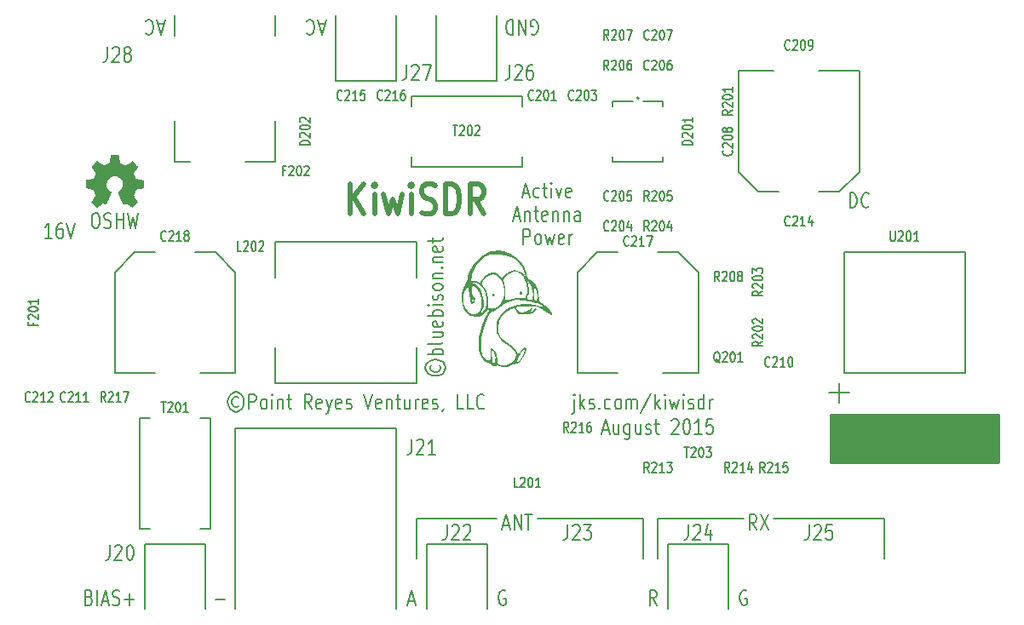
<source format=gto>
G04 (created by PCBNEW (2013-mar-25)-stable) date Friday, August 07, 2015 09:57:37 AM*
%MOIN*%
G04 Gerber Fmt 3.4, Leading zero omitted, Abs format*
%FSLAX34Y34*%
G01*
G70*
G90*
G04 APERTURE LIST*
%ADD10C,0.006*%
%ADD11C,0.00787402*%
%ADD12C,0.019685*%
%ADD13C,9.84252e-05*%
%ADD14C,0.00590551*%
%ADD15C,0.01*%
G04 APERTURE END LIST*
G54D10*
G54D11*
X50348Y-51701D02*
X50123Y-51701D01*
X50393Y-51532D02*
X50236Y-52123D01*
X50078Y-51532D01*
X49651Y-51588D02*
X49673Y-51560D01*
X49741Y-51532D01*
X49786Y-51532D01*
X49853Y-51560D01*
X49898Y-51616D01*
X49921Y-51673D01*
X49943Y-51785D01*
X49943Y-51870D01*
X49921Y-51982D01*
X49898Y-52038D01*
X49853Y-52095D01*
X49786Y-52123D01*
X49741Y-52123D01*
X49673Y-52095D01*
X49651Y-52066D01*
X64730Y-52095D02*
X64775Y-52123D01*
X64842Y-52123D01*
X64910Y-52095D01*
X64955Y-52038D01*
X64977Y-51982D01*
X65000Y-51870D01*
X65000Y-51785D01*
X64977Y-51673D01*
X64955Y-51616D01*
X64910Y-51560D01*
X64842Y-51532D01*
X64797Y-51532D01*
X64730Y-51560D01*
X64707Y-51588D01*
X64707Y-51785D01*
X64797Y-51785D01*
X64505Y-51532D02*
X64505Y-52123D01*
X64235Y-51532D01*
X64235Y-52123D01*
X64010Y-51532D02*
X64010Y-52123D01*
X63897Y-52123D01*
X63830Y-52095D01*
X63785Y-52038D01*
X63762Y-51982D01*
X63740Y-51870D01*
X63740Y-51785D01*
X63762Y-51673D01*
X63785Y-51616D01*
X63830Y-51560D01*
X63897Y-51532D01*
X64010Y-51532D01*
X56647Y-51701D02*
X56422Y-51701D01*
X56692Y-51532D02*
X56535Y-52123D01*
X56377Y-51532D01*
X55950Y-51588D02*
X55973Y-51560D01*
X56040Y-51532D01*
X56085Y-51532D01*
X56152Y-51560D01*
X56197Y-51616D01*
X56220Y-51673D01*
X56242Y-51785D01*
X56242Y-51870D01*
X56220Y-51982D01*
X56197Y-52038D01*
X56152Y-52095D01*
X56085Y-52123D01*
X56040Y-52123D01*
X55973Y-52095D01*
X55950Y-52066D01*
X73155Y-73889D02*
X73110Y-73861D01*
X73042Y-73861D01*
X72975Y-73889D01*
X72930Y-73945D01*
X72907Y-74001D01*
X72885Y-74114D01*
X72885Y-74198D01*
X72907Y-74311D01*
X72930Y-74367D01*
X72975Y-74423D01*
X73042Y-74451D01*
X73087Y-74451D01*
X73155Y-74423D01*
X73177Y-74395D01*
X73177Y-74198D01*
X73087Y-74198D01*
X69634Y-74451D02*
X69476Y-74170D01*
X69364Y-74451D02*
X69364Y-73861D01*
X69544Y-73861D01*
X69589Y-73889D01*
X69611Y-73917D01*
X69634Y-73973D01*
X69634Y-74057D01*
X69611Y-74114D01*
X69589Y-74142D01*
X69544Y-74170D01*
X69364Y-74170D01*
X59926Y-74282D02*
X60151Y-74282D01*
X59881Y-74451D02*
X60039Y-73861D01*
X60196Y-74451D01*
X63706Y-73889D02*
X63661Y-73861D01*
X63593Y-73861D01*
X63526Y-73889D01*
X63481Y-73945D01*
X63458Y-74001D01*
X63436Y-74114D01*
X63436Y-74198D01*
X63458Y-74311D01*
X63481Y-74367D01*
X63526Y-74423D01*
X63593Y-74451D01*
X63638Y-74451D01*
X63706Y-74423D01*
X63728Y-74395D01*
X63728Y-74198D01*
X63638Y-74198D01*
X52379Y-74226D02*
X52739Y-74226D01*
X66406Y-66380D02*
X66406Y-66886D01*
X66383Y-66943D01*
X66338Y-66971D01*
X66316Y-66971D01*
X66406Y-66183D02*
X66383Y-66212D01*
X66406Y-66240D01*
X66428Y-66212D01*
X66406Y-66183D01*
X66406Y-66240D01*
X66631Y-66774D02*
X66631Y-66183D01*
X66676Y-66549D02*
X66811Y-66774D01*
X66811Y-66380D02*
X66631Y-66605D01*
X66991Y-66746D02*
X67035Y-66774D01*
X67125Y-66774D01*
X67170Y-66746D01*
X67193Y-66690D01*
X67193Y-66661D01*
X67170Y-66605D01*
X67125Y-66577D01*
X67058Y-66577D01*
X67013Y-66549D01*
X66991Y-66493D01*
X66991Y-66465D01*
X67013Y-66408D01*
X67058Y-66380D01*
X67125Y-66380D01*
X67170Y-66408D01*
X67395Y-66718D02*
X67418Y-66746D01*
X67395Y-66774D01*
X67373Y-66746D01*
X67395Y-66718D01*
X67395Y-66774D01*
X67823Y-66746D02*
X67778Y-66774D01*
X67688Y-66774D01*
X67643Y-66746D01*
X67620Y-66718D01*
X67598Y-66661D01*
X67598Y-66493D01*
X67620Y-66437D01*
X67643Y-66408D01*
X67688Y-66380D01*
X67778Y-66380D01*
X67823Y-66408D01*
X68093Y-66774D02*
X68048Y-66746D01*
X68025Y-66718D01*
X68003Y-66661D01*
X68003Y-66493D01*
X68025Y-66437D01*
X68048Y-66408D01*
X68093Y-66380D01*
X68160Y-66380D01*
X68205Y-66408D01*
X68228Y-66437D01*
X68250Y-66493D01*
X68250Y-66661D01*
X68228Y-66718D01*
X68205Y-66746D01*
X68160Y-66774D01*
X68093Y-66774D01*
X68453Y-66774D02*
X68453Y-66380D01*
X68453Y-66437D02*
X68475Y-66408D01*
X68520Y-66380D01*
X68588Y-66380D01*
X68633Y-66408D01*
X68655Y-66465D01*
X68655Y-66774D01*
X68655Y-66465D02*
X68678Y-66408D01*
X68723Y-66380D01*
X68790Y-66380D01*
X68835Y-66408D01*
X68858Y-66465D01*
X68858Y-66774D01*
X69420Y-66155D02*
X69015Y-66915D01*
X69578Y-66774D02*
X69578Y-66183D01*
X69623Y-66549D02*
X69758Y-66774D01*
X69758Y-66380D02*
X69578Y-66605D01*
X69960Y-66774D02*
X69960Y-66380D01*
X69960Y-66183D02*
X69938Y-66212D01*
X69960Y-66240D01*
X69983Y-66212D01*
X69960Y-66183D01*
X69960Y-66240D01*
X70140Y-66380D02*
X70230Y-66774D01*
X70320Y-66493D01*
X70410Y-66774D01*
X70500Y-66380D01*
X70680Y-66774D02*
X70680Y-66380D01*
X70680Y-66183D02*
X70658Y-66212D01*
X70680Y-66240D01*
X70703Y-66212D01*
X70680Y-66183D01*
X70680Y-66240D01*
X70883Y-66746D02*
X70928Y-66774D01*
X71017Y-66774D01*
X71062Y-66746D01*
X71085Y-66690D01*
X71085Y-66661D01*
X71062Y-66605D01*
X71017Y-66577D01*
X70950Y-66577D01*
X70905Y-66549D01*
X70883Y-66493D01*
X70883Y-66465D01*
X70905Y-66408D01*
X70950Y-66380D01*
X71017Y-66380D01*
X71062Y-66408D01*
X71490Y-66774D02*
X71490Y-66183D01*
X71490Y-66746D02*
X71445Y-66774D01*
X71355Y-66774D01*
X71310Y-66746D01*
X71287Y-66718D01*
X71265Y-66661D01*
X71265Y-66493D01*
X71287Y-66437D01*
X71310Y-66408D01*
X71355Y-66380D01*
X71445Y-66380D01*
X71490Y-66408D01*
X71715Y-66774D02*
X71715Y-66380D01*
X71715Y-66493D02*
X71737Y-66437D01*
X71760Y-66408D01*
X71805Y-66380D01*
X71850Y-66380D01*
X47429Y-74142D02*
X47497Y-74170D01*
X47519Y-74198D01*
X47542Y-74254D01*
X47542Y-74339D01*
X47519Y-74395D01*
X47497Y-74423D01*
X47452Y-74451D01*
X47272Y-74451D01*
X47272Y-73861D01*
X47429Y-73861D01*
X47474Y-73889D01*
X47497Y-73917D01*
X47519Y-73973D01*
X47519Y-74029D01*
X47497Y-74086D01*
X47474Y-74114D01*
X47429Y-74142D01*
X47272Y-74142D01*
X47744Y-74451D02*
X47744Y-73861D01*
X47947Y-74282D02*
X48172Y-74282D01*
X47902Y-74451D02*
X48059Y-73861D01*
X48217Y-74451D01*
X48352Y-74423D02*
X48419Y-74451D01*
X48532Y-74451D01*
X48577Y-74423D01*
X48599Y-74395D01*
X48622Y-74339D01*
X48622Y-74282D01*
X48599Y-74226D01*
X48577Y-74198D01*
X48532Y-74170D01*
X48442Y-74142D01*
X48397Y-74114D01*
X48374Y-74086D01*
X48352Y-74029D01*
X48352Y-73973D01*
X48374Y-73917D01*
X48397Y-73889D01*
X48442Y-73861D01*
X48554Y-73861D01*
X48622Y-73889D01*
X48824Y-74226D02*
X49184Y-74226D01*
X49004Y-74451D02*
X49004Y-74001D01*
X78543Y-71062D02*
X78543Y-72637D01*
X74212Y-71062D02*
X78543Y-71062D01*
X69685Y-71062D02*
X69685Y-72637D01*
X73031Y-71062D02*
X69685Y-71062D01*
X69094Y-71062D02*
X69094Y-72637D01*
X64960Y-71062D02*
X69094Y-71062D01*
X60236Y-71062D02*
X60236Y-72637D01*
X63385Y-71062D02*
X60236Y-71062D01*
X73543Y-71498D02*
X73385Y-71217D01*
X73273Y-71498D02*
X73273Y-70908D01*
X73453Y-70908D01*
X73498Y-70936D01*
X73520Y-70964D01*
X73543Y-71020D01*
X73543Y-71105D01*
X73520Y-71161D01*
X73498Y-71189D01*
X73453Y-71217D01*
X73273Y-71217D01*
X73700Y-70908D02*
X74015Y-71498D01*
X74015Y-70908D02*
X73700Y-71498D01*
X63633Y-71330D02*
X63858Y-71330D01*
X63588Y-71498D02*
X63745Y-70908D01*
X63903Y-71498D01*
X64060Y-71498D02*
X64060Y-70908D01*
X64330Y-71498D01*
X64330Y-70908D01*
X64488Y-70908D02*
X64758Y-70908D01*
X64623Y-71498D02*
X64623Y-70908D01*
X77199Y-58900D02*
X77199Y-58309D01*
X77311Y-58309D01*
X77379Y-58338D01*
X77424Y-58394D01*
X77446Y-58450D01*
X77469Y-58562D01*
X77469Y-58647D01*
X77446Y-58759D01*
X77424Y-58816D01*
X77379Y-58872D01*
X77311Y-58900D01*
X77199Y-58900D01*
X77941Y-58844D02*
X77919Y-58872D01*
X77851Y-58900D01*
X77806Y-58900D01*
X77739Y-58872D01*
X77694Y-58816D01*
X77671Y-58759D01*
X77649Y-58647D01*
X77649Y-58562D01*
X77671Y-58450D01*
X77694Y-58394D01*
X77739Y-58338D01*
X77806Y-58309D01*
X77851Y-58309D01*
X77919Y-58338D01*
X77941Y-58366D01*
X45967Y-60081D02*
X45697Y-60081D01*
X45832Y-60081D02*
X45832Y-59491D01*
X45787Y-59575D01*
X45742Y-59631D01*
X45697Y-59659D01*
X46372Y-59491D02*
X46282Y-59491D01*
X46237Y-59519D01*
X46214Y-59547D01*
X46169Y-59631D01*
X46147Y-59744D01*
X46147Y-59969D01*
X46169Y-60025D01*
X46192Y-60053D01*
X46237Y-60081D01*
X46327Y-60081D01*
X46372Y-60053D01*
X46394Y-60025D01*
X46417Y-59969D01*
X46417Y-59828D01*
X46394Y-59772D01*
X46372Y-59744D01*
X46327Y-59715D01*
X46237Y-59715D01*
X46192Y-59744D01*
X46169Y-59772D01*
X46147Y-59828D01*
X46552Y-59491D02*
X46709Y-60081D01*
X46867Y-59491D01*
X67525Y-67589D02*
X67750Y-67589D01*
X67480Y-67758D02*
X67637Y-67168D01*
X67795Y-67758D01*
X68155Y-67365D02*
X68155Y-67758D01*
X67952Y-67365D02*
X67952Y-67674D01*
X67975Y-67730D01*
X68020Y-67758D01*
X68087Y-67758D01*
X68132Y-67730D01*
X68155Y-67702D01*
X68582Y-67365D02*
X68582Y-67843D01*
X68560Y-67899D01*
X68537Y-67927D01*
X68492Y-67955D01*
X68425Y-67955D01*
X68380Y-67927D01*
X68582Y-67730D02*
X68537Y-67758D01*
X68447Y-67758D01*
X68402Y-67730D01*
X68380Y-67702D01*
X68357Y-67646D01*
X68357Y-67477D01*
X68380Y-67421D01*
X68402Y-67393D01*
X68447Y-67365D01*
X68537Y-67365D01*
X68582Y-67393D01*
X69010Y-67365D02*
X69010Y-67758D01*
X68807Y-67365D02*
X68807Y-67674D01*
X68830Y-67730D01*
X68875Y-67758D01*
X68942Y-67758D01*
X68987Y-67730D01*
X69010Y-67702D01*
X69212Y-67730D02*
X69257Y-67758D01*
X69347Y-67758D01*
X69392Y-67730D01*
X69415Y-67674D01*
X69415Y-67646D01*
X69392Y-67589D01*
X69347Y-67561D01*
X69280Y-67561D01*
X69235Y-67533D01*
X69212Y-67477D01*
X69212Y-67449D01*
X69235Y-67393D01*
X69280Y-67365D01*
X69347Y-67365D01*
X69392Y-67393D01*
X69550Y-67365D02*
X69730Y-67365D01*
X69617Y-67168D02*
X69617Y-67674D01*
X69640Y-67730D01*
X69685Y-67758D01*
X69730Y-67758D01*
X70224Y-67224D02*
X70247Y-67196D01*
X70292Y-67168D01*
X70404Y-67168D01*
X70449Y-67196D01*
X70472Y-67224D01*
X70494Y-67280D01*
X70494Y-67336D01*
X70472Y-67421D01*
X70202Y-67758D01*
X70494Y-67758D01*
X70787Y-67168D02*
X70832Y-67168D01*
X70877Y-67196D01*
X70899Y-67224D01*
X70922Y-67280D01*
X70944Y-67393D01*
X70944Y-67533D01*
X70922Y-67646D01*
X70899Y-67702D01*
X70877Y-67730D01*
X70832Y-67758D01*
X70787Y-67758D01*
X70742Y-67730D01*
X70719Y-67702D01*
X70697Y-67646D01*
X70674Y-67533D01*
X70674Y-67393D01*
X70697Y-67280D01*
X70719Y-67224D01*
X70742Y-67196D01*
X70787Y-67168D01*
X71394Y-67758D02*
X71124Y-67758D01*
X71259Y-67758D02*
X71259Y-67168D01*
X71214Y-67252D01*
X71169Y-67308D01*
X71124Y-67336D01*
X71822Y-67168D02*
X71597Y-67168D01*
X71574Y-67449D01*
X71597Y-67421D01*
X71642Y-67393D01*
X71754Y-67393D01*
X71799Y-67421D01*
X71822Y-67449D01*
X71844Y-67505D01*
X71844Y-67646D01*
X71822Y-67702D01*
X71799Y-67730D01*
X71754Y-67758D01*
X71642Y-67758D01*
X71597Y-67730D01*
X71574Y-67702D01*
X47637Y-59097D02*
X47727Y-59097D01*
X47772Y-59125D01*
X47817Y-59181D01*
X47840Y-59294D01*
X47840Y-59491D01*
X47817Y-59603D01*
X47772Y-59659D01*
X47727Y-59687D01*
X47637Y-59687D01*
X47592Y-59659D01*
X47547Y-59603D01*
X47525Y-59491D01*
X47525Y-59294D01*
X47547Y-59181D01*
X47592Y-59125D01*
X47637Y-59097D01*
X48020Y-59659D02*
X48087Y-59687D01*
X48200Y-59687D01*
X48245Y-59659D01*
X48267Y-59631D01*
X48290Y-59575D01*
X48290Y-59519D01*
X48267Y-59462D01*
X48245Y-59434D01*
X48200Y-59406D01*
X48110Y-59378D01*
X48065Y-59350D01*
X48042Y-59322D01*
X48020Y-59266D01*
X48020Y-59209D01*
X48042Y-59153D01*
X48065Y-59125D01*
X48110Y-59097D01*
X48222Y-59097D01*
X48290Y-59125D01*
X48492Y-59687D02*
X48492Y-59097D01*
X48492Y-59378D02*
X48762Y-59378D01*
X48762Y-59687D02*
X48762Y-59097D01*
X48942Y-59097D02*
X49055Y-59687D01*
X49145Y-59266D01*
X49235Y-59687D01*
X49347Y-59097D01*
X60812Y-65067D02*
X60784Y-65112D01*
X60784Y-65202D01*
X60812Y-65247D01*
X60868Y-65292D01*
X60925Y-65314D01*
X61037Y-65314D01*
X61093Y-65292D01*
X61150Y-65247D01*
X61178Y-65202D01*
X61178Y-65112D01*
X61150Y-65067D01*
X60587Y-65157D02*
X60615Y-65269D01*
X60700Y-65382D01*
X60840Y-65449D01*
X60981Y-65472D01*
X61122Y-65449D01*
X61262Y-65382D01*
X61347Y-65269D01*
X61375Y-65157D01*
X61347Y-65044D01*
X61262Y-64932D01*
X61122Y-64865D01*
X60981Y-64842D01*
X60840Y-64865D01*
X60700Y-64932D01*
X60615Y-65044D01*
X60587Y-65157D01*
X61262Y-64640D02*
X60672Y-64640D01*
X60897Y-64640D02*
X60868Y-64595D01*
X60868Y-64505D01*
X60897Y-64460D01*
X60925Y-64437D01*
X60981Y-64415D01*
X61150Y-64415D01*
X61206Y-64437D01*
X61234Y-64460D01*
X61262Y-64505D01*
X61262Y-64595D01*
X61234Y-64640D01*
X61262Y-64145D02*
X61234Y-64190D01*
X61178Y-64212D01*
X60672Y-64212D01*
X60868Y-63762D02*
X61262Y-63762D01*
X60868Y-63965D02*
X61178Y-63965D01*
X61234Y-63942D01*
X61262Y-63897D01*
X61262Y-63830D01*
X61234Y-63785D01*
X61206Y-63762D01*
X61234Y-63357D02*
X61262Y-63402D01*
X61262Y-63492D01*
X61234Y-63537D01*
X61178Y-63560D01*
X60953Y-63560D01*
X60897Y-63537D01*
X60868Y-63492D01*
X60868Y-63402D01*
X60897Y-63357D01*
X60953Y-63335D01*
X61009Y-63335D01*
X61065Y-63560D01*
X61262Y-63132D02*
X60672Y-63132D01*
X60897Y-63132D02*
X60868Y-63087D01*
X60868Y-62997D01*
X60897Y-62952D01*
X60925Y-62930D01*
X60981Y-62907D01*
X61150Y-62907D01*
X61206Y-62930D01*
X61234Y-62952D01*
X61262Y-62997D01*
X61262Y-63087D01*
X61234Y-63132D01*
X61262Y-62705D02*
X60868Y-62705D01*
X60672Y-62705D02*
X60700Y-62727D01*
X60728Y-62705D01*
X60700Y-62682D01*
X60672Y-62705D01*
X60728Y-62705D01*
X61234Y-62502D02*
X61262Y-62457D01*
X61262Y-62367D01*
X61234Y-62322D01*
X61178Y-62300D01*
X61150Y-62300D01*
X61093Y-62322D01*
X61065Y-62367D01*
X61065Y-62435D01*
X61037Y-62480D01*
X60981Y-62502D01*
X60953Y-62502D01*
X60897Y-62480D01*
X60868Y-62435D01*
X60868Y-62367D01*
X60897Y-62322D01*
X61262Y-62030D02*
X61234Y-62075D01*
X61206Y-62097D01*
X61150Y-62120D01*
X60981Y-62120D01*
X60925Y-62097D01*
X60897Y-62075D01*
X60868Y-62030D01*
X60868Y-61962D01*
X60897Y-61917D01*
X60925Y-61895D01*
X60981Y-61872D01*
X61150Y-61872D01*
X61206Y-61895D01*
X61234Y-61917D01*
X61262Y-61962D01*
X61262Y-62030D01*
X60868Y-61670D02*
X61262Y-61670D01*
X60925Y-61670D02*
X60897Y-61647D01*
X60868Y-61602D01*
X60868Y-61535D01*
X60897Y-61490D01*
X60953Y-61467D01*
X61262Y-61467D01*
X61206Y-61242D02*
X61234Y-61220D01*
X61262Y-61242D01*
X61234Y-61265D01*
X61206Y-61242D01*
X61262Y-61242D01*
X60868Y-61017D02*
X61262Y-61017D01*
X60925Y-61017D02*
X60897Y-60995D01*
X60868Y-60950D01*
X60868Y-60883D01*
X60897Y-60838D01*
X60953Y-60815D01*
X61262Y-60815D01*
X61234Y-60410D02*
X61262Y-60455D01*
X61262Y-60545D01*
X61234Y-60590D01*
X61178Y-60613D01*
X60953Y-60613D01*
X60897Y-60590D01*
X60868Y-60545D01*
X60868Y-60455D01*
X60897Y-60410D01*
X60953Y-60388D01*
X61009Y-60388D01*
X61065Y-60613D01*
X60868Y-60253D02*
X60868Y-60073D01*
X60672Y-60185D02*
X61178Y-60185D01*
X61234Y-60163D01*
X61262Y-60118D01*
X61262Y-60073D01*
X64409Y-58338D02*
X64634Y-58338D01*
X64364Y-58506D02*
X64521Y-57916D01*
X64679Y-58506D01*
X65039Y-58478D02*
X64994Y-58506D01*
X64904Y-58506D01*
X64859Y-58478D01*
X64836Y-58450D01*
X64814Y-58394D01*
X64814Y-58225D01*
X64836Y-58169D01*
X64859Y-58141D01*
X64904Y-58113D01*
X64994Y-58113D01*
X65039Y-58141D01*
X65174Y-58113D02*
X65354Y-58113D01*
X65241Y-57916D02*
X65241Y-58422D01*
X65264Y-58478D01*
X65309Y-58506D01*
X65354Y-58506D01*
X65511Y-58506D02*
X65511Y-58113D01*
X65511Y-57916D02*
X65489Y-57944D01*
X65511Y-57972D01*
X65534Y-57944D01*
X65511Y-57916D01*
X65511Y-57972D01*
X65691Y-58113D02*
X65804Y-58506D01*
X65916Y-58113D01*
X66276Y-58478D02*
X66231Y-58506D01*
X66141Y-58506D01*
X66096Y-58478D01*
X66074Y-58422D01*
X66074Y-58197D01*
X66096Y-58141D01*
X66141Y-58113D01*
X66231Y-58113D01*
X66276Y-58141D01*
X66299Y-58197D01*
X66299Y-58253D01*
X66074Y-58309D01*
X64049Y-59243D02*
X64274Y-59243D01*
X64004Y-59412D02*
X64161Y-58821D01*
X64319Y-59412D01*
X64476Y-59018D02*
X64476Y-59412D01*
X64476Y-59074D02*
X64499Y-59046D01*
X64544Y-59018D01*
X64611Y-59018D01*
X64656Y-59046D01*
X64679Y-59102D01*
X64679Y-59412D01*
X64836Y-59018D02*
X65016Y-59018D01*
X64904Y-58821D02*
X64904Y-59327D01*
X64926Y-59384D01*
X64971Y-59412D01*
X65016Y-59412D01*
X65354Y-59384D02*
X65309Y-59412D01*
X65219Y-59412D01*
X65174Y-59384D01*
X65151Y-59327D01*
X65151Y-59102D01*
X65174Y-59046D01*
X65219Y-59018D01*
X65309Y-59018D01*
X65354Y-59046D01*
X65376Y-59102D01*
X65376Y-59159D01*
X65151Y-59215D01*
X65579Y-59018D02*
X65579Y-59412D01*
X65579Y-59074D02*
X65601Y-59046D01*
X65646Y-59018D01*
X65714Y-59018D01*
X65759Y-59046D01*
X65781Y-59102D01*
X65781Y-59412D01*
X66006Y-59018D02*
X66006Y-59412D01*
X66006Y-59074D02*
X66029Y-59046D01*
X66074Y-59018D01*
X66141Y-59018D01*
X66186Y-59046D01*
X66209Y-59102D01*
X66209Y-59412D01*
X66636Y-59412D02*
X66636Y-59102D01*
X66614Y-59046D01*
X66569Y-59018D01*
X66479Y-59018D01*
X66434Y-59046D01*
X66636Y-59384D02*
X66591Y-59412D01*
X66479Y-59412D01*
X66434Y-59384D01*
X66411Y-59327D01*
X66411Y-59271D01*
X66434Y-59215D01*
X66479Y-59187D01*
X66591Y-59187D01*
X66636Y-59159D01*
X64420Y-60317D02*
X64420Y-59727D01*
X64600Y-59727D01*
X64645Y-59755D01*
X64668Y-59783D01*
X64690Y-59839D01*
X64690Y-59924D01*
X64668Y-59980D01*
X64645Y-60008D01*
X64600Y-60036D01*
X64420Y-60036D01*
X64960Y-60317D02*
X64915Y-60289D01*
X64893Y-60261D01*
X64870Y-60205D01*
X64870Y-60036D01*
X64893Y-59980D01*
X64915Y-59952D01*
X64960Y-59924D01*
X65028Y-59924D01*
X65073Y-59952D01*
X65095Y-59980D01*
X65118Y-60036D01*
X65118Y-60205D01*
X65095Y-60261D01*
X65073Y-60289D01*
X65028Y-60317D01*
X64960Y-60317D01*
X65275Y-59924D02*
X65365Y-60317D01*
X65455Y-60036D01*
X65545Y-60317D01*
X65635Y-59924D01*
X65995Y-60289D02*
X65950Y-60317D01*
X65860Y-60317D01*
X65815Y-60289D01*
X65793Y-60233D01*
X65793Y-60008D01*
X65815Y-59952D01*
X65860Y-59924D01*
X65950Y-59924D01*
X65995Y-59952D01*
X66017Y-60008D01*
X66017Y-60064D01*
X65793Y-60120D01*
X66220Y-60317D02*
X66220Y-59924D01*
X66220Y-60036D02*
X66242Y-59980D01*
X66265Y-59952D01*
X66310Y-59924D01*
X66355Y-59924D01*
X53262Y-66324D02*
X53217Y-66296D01*
X53127Y-66296D01*
X53082Y-66324D01*
X53037Y-66380D01*
X53014Y-66437D01*
X53014Y-66549D01*
X53037Y-66605D01*
X53082Y-66661D01*
X53127Y-66690D01*
X53217Y-66690D01*
X53262Y-66661D01*
X53172Y-66099D02*
X53059Y-66127D01*
X52947Y-66212D01*
X52879Y-66352D01*
X52857Y-66493D01*
X52879Y-66633D01*
X52947Y-66774D01*
X53059Y-66858D01*
X53172Y-66886D01*
X53284Y-66858D01*
X53397Y-66774D01*
X53464Y-66633D01*
X53487Y-66493D01*
X53464Y-66352D01*
X53397Y-66212D01*
X53284Y-66127D01*
X53172Y-66099D01*
X53689Y-66774D02*
X53689Y-66183D01*
X53869Y-66183D01*
X53914Y-66212D01*
X53937Y-66240D01*
X53959Y-66296D01*
X53959Y-66380D01*
X53937Y-66437D01*
X53914Y-66465D01*
X53869Y-66493D01*
X53689Y-66493D01*
X54229Y-66774D02*
X54184Y-66746D01*
X54161Y-66718D01*
X54139Y-66661D01*
X54139Y-66493D01*
X54161Y-66437D01*
X54184Y-66408D01*
X54229Y-66380D01*
X54296Y-66380D01*
X54341Y-66408D01*
X54364Y-66437D01*
X54386Y-66493D01*
X54386Y-66661D01*
X54364Y-66718D01*
X54341Y-66746D01*
X54296Y-66774D01*
X54229Y-66774D01*
X54589Y-66774D02*
X54589Y-66380D01*
X54589Y-66183D02*
X54566Y-66212D01*
X54589Y-66240D01*
X54611Y-66212D01*
X54589Y-66183D01*
X54589Y-66240D01*
X54814Y-66380D02*
X54814Y-66774D01*
X54814Y-66437D02*
X54836Y-66408D01*
X54881Y-66380D01*
X54949Y-66380D01*
X54994Y-66408D01*
X55016Y-66465D01*
X55016Y-66774D01*
X55174Y-66380D02*
X55354Y-66380D01*
X55241Y-66183D02*
X55241Y-66690D01*
X55264Y-66746D01*
X55309Y-66774D01*
X55354Y-66774D01*
X56141Y-66774D02*
X55984Y-66493D01*
X55871Y-66774D02*
X55871Y-66183D01*
X56051Y-66183D01*
X56096Y-66212D01*
X56119Y-66240D01*
X56141Y-66296D01*
X56141Y-66380D01*
X56119Y-66437D01*
X56096Y-66465D01*
X56051Y-66493D01*
X55871Y-66493D01*
X56524Y-66746D02*
X56479Y-66774D01*
X56389Y-66774D01*
X56344Y-66746D01*
X56321Y-66690D01*
X56321Y-66465D01*
X56344Y-66408D01*
X56389Y-66380D01*
X56479Y-66380D01*
X56524Y-66408D01*
X56546Y-66465D01*
X56546Y-66521D01*
X56321Y-66577D01*
X56704Y-66380D02*
X56816Y-66774D01*
X56929Y-66380D02*
X56816Y-66774D01*
X56771Y-66915D01*
X56749Y-66943D01*
X56704Y-66971D01*
X57289Y-66746D02*
X57244Y-66774D01*
X57154Y-66774D01*
X57109Y-66746D01*
X57086Y-66690D01*
X57086Y-66465D01*
X57109Y-66408D01*
X57154Y-66380D01*
X57244Y-66380D01*
X57289Y-66408D01*
X57311Y-66465D01*
X57311Y-66521D01*
X57086Y-66577D01*
X57491Y-66746D02*
X57536Y-66774D01*
X57626Y-66774D01*
X57671Y-66746D01*
X57694Y-66690D01*
X57694Y-66661D01*
X57671Y-66605D01*
X57626Y-66577D01*
X57559Y-66577D01*
X57514Y-66549D01*
X57491Y-66493D01*
X57491Y-66465D01*
X57514Y-66408D01*
X57559Y-66380D01*
X57626Y-66380D01*
X57671Y-66408D01*
X58188Y-66183D02*
X58346Y-66774D01*
X58503Y-66183D01*
X58841Y-66746D02*
X58796Y-66774D01*
X58706Y-66774D01*
X58661Y-66746D01*
X58638Y-66690D01*
X58638Y-66465D01*
X58661Y-66408D01*
X58706Y-66380D01*
X58796Y-66380D01*
X58841Y-66408D01*
X58863Y-66465D01*
X58863Y-66521D01*
X58638Y-66577D01*
X59066Y-66380D02*
X59066Y-66774D01*
X59066Y-66437D02*
X59088Y-66408D01*
X59133Y-66380D01*
X59201Y-66380D01*
X59246Y-66408D01*
X59268Y-66465D01*
X59268Y-66774D01*
X59426Y-66380D02*
X59606Y-66380D01*
X59493Y-66183D02*
X59493Y-66690D01*
X59516Y-66746D01*
X59561Y-66774D01*
X59606Y-66774D01*
X59966Y-66380D02*
X59966Y-66774D01*
X59763Y-66380D02*
X59763Y-66690D01*
X59786Y-66746D01*
X59831Y-66774D01*
X59898Y-66774D01*
X59943Y-66746D01*
X59966Y-66718D01*
X60191Y-66774D02*
X60191Y-66380D01*
X60191Y-66493D02*
X60213Y-66437D01*
X60236Y-66408D01*
X60281Y-66380D01*
X60326Y-66380D01*
X60663Y-66746D02*
X60618Y-66774D01*
X60528Y-66774D01*
X60483Y-66746D01*
X60461Y-66690D01*
X60461Y-66465D01*
X60483Y-66408D01*
X60528Y-66380D01*
X60618Y-66380D01*
X60663Y-66408D01*
X60686Y-66465D01*
X60686Y-66521D01*
X60461Y-66577D01*
X60866Y-66746D02*
X60911Y-66774D01*
X61001Y-66774D01*
X61046Y-66746D01*
X61068Y-66690D01*
X61068Y-66661D01*
X61046Y-66605D01*
X61001Y-66577D01*
X60933Y-66577D01*
X60888Y-66549D01*
X60866Y-66493D01*
X60866Y-66465D01*
X60888Y-66408D01*
X60933Y-66380D01*
X61001Y-66380D01*
X61046Y-66408D01*
X61293Y-66746D02*
X61293Y-66774D01*
X61271Y-66830D01*
X61248Y-66858D01*
X62080Y-66774D02*
X61856Y-66774D01*
X61856Y-66183D01*
X62463Y-66774D02*
X62238Y-66774D01*
X62238Y-66183D01*
X62890Y-66718D02*
X62868Y-66746D01*
X62800Y-66774D01*
X62755Y-66774D01*
X62688Y-66746D01*
X62643Y-66690D01*
X62620Y-66633D01*
X62598Y-66521D01*
X62598Y-66437D01*
X62620Y-66324D01*
X62643Y-66268D01*
X62688Y-66212D01*
X62755Y-66183D01*
X62800Y-66183D01*
X62868Y-66212D01*
X62890Y-66240D01*
G54D12*
X57649Y-59139D02*
X57649Y-57958D01*
X58188Y-59139D02*
X57784Y-58464D01*
X58188Y-57958D02*
X57649Y-58633D01*
X58593Y-59139D02*
X58593Y-58352D01*
X58593Y-57958D02*
X58548Y-58014D01*
X58593Y-58070D01*
X58638Y-58014D01*
X58593Y-57958D01*
X58593Y-58070D01*
X58953Y-58352D02*
X59133Y-59139D01*
X59313Y-58577D01*
X59493Y-59139D01*
X59673Y-58352D01*
X60033Y-59139D02*
X60033Y-58352D01*
X60033Y-57958D02*
X59988Y-58014D01*
X60033Y-58070D01*
X60078Y-58014D01*
X60033Y-57958D01*
X60033Y-58070D01*
X60438Y-59083D02*
X60573Y-59139D01*
X60798Y-59139D01*
X60888Y-59083D01*
X60933Y-59026D01*
X60978Y-58914D01*
X60978Y-58802D01*
X60933Y-58689D01*
X60888Y-58633D01*
X60798Y-58577D01*
X60618Y-58520D01*
X60528Y-58464D01*
X60483Y-58408D01*
X60438Y-58295D01*
X60438Y-58183D01*
X60483Y-58070D01*
X60528Y-58014D01*
X60618Y-57958D01*
X60843Y-57958D01*
X60978Y-58014D01*
X61383Y-59139D02*
X61383Y-57958D01*
X61608Y-57958D01*
X61743Y-58014D01*
X61833Y-58127D01*
X61878Y-58239D01*
X61923Y-58464D01*
X61923Y-58633D01*
X61878Y-58858D01*
X61833Y-58970D01*
X61743Y-59083D01*
X61608Y-59139D01*
X61383Y-59139D01*
X62868Y-59139D02*
X62553Y-58577D01*
X62328Y-59139D02*
X62328Y-57958D01*
X62688Y-57958D01*
X62778Y-58014D01*
X62823Y-58070D01*
X62868Y-58183D01*
X62868Y-58352D01*
X62823Y-58464D01*
X62778Y-58520D01*
X62688Y-58577D01*
X62328Y-58577D01*
G54D11*
X53149Y-74606D02*
X53149Y-67519D01*
X53149Y-67519D02*
X59448Y-67519D01*
X59448Y-67519D02*
X59448Y-74606D01*
X63385Y-51377D02*
X63385Y-53937D01*
X63385Y-53937D02*
X61023Y-53937D01*
X61023Y-53937D02*
X61023Y-51377D01*
X70078Y-74606D02*
X70078Y-72047D01*
X70078Y-72047D02*
X72440Y-72047D01*
X72440Y-72047D02*
X72440Y-74606D01*
X60629Y-74606D02*
X60629Y-72047D01*
X60629Y-72047D02*
X62992Y-72047D01*
X62992Y-72047D02*
X62992Y-74606D01*
X49606Y-74606D02*
X49606Y-72047D01*
X49606Y-72047D02*
X51968Y-72047D01*
X51968Y-72047D02*
X51968Y-74606D01*
X59448Y-51377D02*
X59448Y-53937D01*
X59448Y-53937D02*
X57086Y-53937D01*
X57086Y-53937D02*
X57086Y-51377D01*
X50787Y-55511D02*
X50787Y-57086D01*
X50787Y-57086D02*
X51377Y-57086D01*
X53543Y-57086D02*
X54724Y-57086D01*
X54724Y-57086D02*
X54724Y-55511D01*
X54724Y-52165D02*
X54724Y-51377D01*
X50787Y-52165D02*
X50787Y-51377D01*
X64370Y-54921D02*
X64370Y-54527D01*
X64370Y-54527D02*
X60039Y-54527D01*
X60039Y-54527D02*
X60039Y-54921D01*
X64370Y-56889D02*
X64370Y-57283D01*
X64370Y-57283D02*
X60039Y-57283D01*
X60039Y-57283D02*
X60039Y-56889D01*
X51771Y-71456D02*
X52165Y-71456D01*
X52165Y-71456D02*
X52165Y-67125D01*
X52165Y-67125D02*
X51771Y-67125D01*
X49803Y-71456D02*
X49409Y-71456D01*
X49409Y-71456D02*
X49409Y-67125D01*
X49409Y-67125D02*
X49803Y-67125D01*
X68700Y-54724D02*
X67913Y-54724D01*
X67913Y-54724D02*
X67913Y-54921D01*
X69881Y-54921D02*
X69881Y-54724D01*
X69881Y-54724D02*
X69094Y-54724D01*
X69881Y-56889D02*
X69881Y-57086D01*
X69881Y-57086D02*
X67913Y-57086D01*
X67913Y-57086D02*
X67913Y-56889D01*
X68937Y-54606D02*
G75*
G03X68937Y-54606I-39J0D01*
G74*
G01*
X75984Y-58267D02*
X76771Y-58267D01*
X76771Y-58267D02*
X77559Y-57480D01*
X77559Y-57480D02*
X77559Y-53543D01*
X77559Y-53543D02*
X75984Y-53543D01*
X74409Y-58267D02*
X73622Y-58267D01*
X73622Y-58267D02*
X72834Y-57480D01*
X72834Y-57480D02*
X72834Y-53543D01*
X72834Y-53543D02*
X74212Y-53543D01*
X50000Y-60629D02*
X49212Y-60629D01*
X49212Y-60629D02*
X48425Y-61417D01*
X48425Y-61417D02*
X48425Y-65354D01*
X48425Y-65354D02*
X50000Y-65354D01*
X51574Y-60629D02*
X52362Y-60629D01*
X52362Y-60629D02*
X53149Y-61417D01*
X53149Y-61417D02*
X53149Y-65354D01*
X53149Y-65354D02*
X51771Y-65354D01*
X68110Y-60629D02*
X67322Y-60629D01*
X67322Y-60629D02*
X66535Y-61417D01*
X66535Y-61417D02*
X66535Y-65354D01*
X66535Y-65354D02*
X68110Y-65354D01*
X69685Y-60629D02*
X70472Y-60629D01*
X70472Y-60629D02*
X71259Y-61417D01*
X71259Y-61417D02*
X71259Y-65354D01*
X71259Y-65354D02*
X69881Y-65354D01*
X76968Y-65354D02*
X76968Y-60629D01*
X76968Y-60629D02*
X81692Y-60629D01*
X81692Y-60629D02*
X81692Y-65354D01*
X81692Y-65354D02*
X76968Y-65354D01*
X54724Y-64370D02*
X54724Y-65748D01*
X54724Y-65748D02*
X60236Y-65748D01*
X60236Y-65748D02*
X60236Y-64370D01*
X54724Y-61614D02*
X54724Y-60236D01*
X54724Y-60236D02*
X60236Y-60236D01*
X60236Y-60236D02*
X60236Y-61614D01*
X76771Y-66535D02*
X76771Y-65748D01*
X76377Y-66141D02*
X77165Y-66141D01*
G54D13*
G36*
X49570Y-58021D02*
X49569Y-58058D01*
X49569Y-58085D01*
X49568Y-58104D01*
X49567Y-58117D01*
X49565Y-58125D01*
X49562Y-58129D01*
X49559Y-58131D01*
X49550Y-58133D01*
X49531Y-58137D01*
X49504Y-58142D01*
X49472Y-58148D01*
X49435Y-58155D01*
X49433Y-58155D01*
X49396Y-58162D01*
X49362Y-58168D01*
X49332Y-58174D01*
X49311Y-58178D01*
X49298Y-58180D01*
X49298Y-58180D01*
X49291Y-58182D01*
X49284Y-58185D01*
X49278Y-58190D01*
X49272Y-58199D01*
X49264Y-58214D01*
X49255Y-58234D01*
X49243Y-58263D01*
X49228Y-58301D01*
X49222Y-58317D01*
X49209Y-58349D01*
X49199Y-58374D01*
X49192Y-58393D01*
X49189Y-58409D01*
X49190Y-58425D01*
X49195Y-58441D01*
X49205Y-58459D01*
X49221Y-58483D01*
X49242Y-58513D01*
X49267Y-58549D01*
X49288Y-58580D01*
X49307Y-58608D01*
X49323Y-58631D01*
X49335Y-58648D01*
X49340Y-58657D01*
X49340Y-58657D01*
X49341Y-58662D01*
X49339Y-58668D01*
X49333Y-58677D01*
X49322Y-58691D01*
X49306Y-58709D01*
X49282Y-58733D01*
X49252Y-58764D01*
X49239Y-58777D01*
X49209Y-58807D01*
X49182Y-58833D01*
X49159Y-58855D01*
X49141Y-58872D01*
X49130Y-58883D01*
X49126Y-58885D01*
X49119Y-58882D01*
X49105Y-58873D01*
X49083Y-58859D01*
X49056Y-58841D01*
X49024Y-58819D01*
X49006Y-58807D01*
X48973Y-58784D01*
X48943Y-58764D01*
X48918Y-58748D01*
X48899Y-58735D01*
X48887Y-58729D01*
X48884Y-58728D01*
X48876Y-58731D01*
X48860Y-58738D01*
X48838Y-58748D01*
X48823Y-58756D01*
X48795Y-58769D01*
X48776Y-58777D01*
X48765Y-58779D01*
X48763Y-58778D01*
X48760Y-58771D01*
X48752Y-58754D01*
X48741Y-58729D01*
X48727Y-58697D01*
X48711Y-58659D01*
X48693Y-58616D01*
X48678Y-58582D01*
X48651Y-58517D01*
X48629Y-58463D01*
X48610Y-58417D01*
X48595Y-58380D01*
X48583Y-58351D01*
X48574Y-58329D01*
X48567Y-58312D01*
X48563Y-58300D01*
X48560Y-58291D01*
X48559Y-58286D01*
X48558Y-58283D01*
X48558Y-58282D01*
X48563Y-58276D01*
X48575Y-58264D01*
X48593Y-58249D01*
X48600Y-58244D01*
X48651Y-58201D01*
X48691Y-58156D01*
X48720Y-58108D01*
X48738Y-58056D01*
X48747Y-57999D01*
X48747Y-57971D01*
X48741Y-57911D01*
X48725Y-57855D01*
X48699Y-57805D01*
X48665Y-57760D01*
X48623Y-57722D01*
X48576Y-57692D01*
X48524Y-57670D01*
X48469Y-57659D01*
X48410Y-57657D01*
X48360Y-57665D01*
X48305Y-57684D01*
X48254Y-57712D01*
X48209Y-57749D01*
X48171Y-57793D01*
X48142Y-57842D01*
X48125Y-57889D01*
X48117Y-57940D01*
X48117Y-57994D01*
X48124Y-58048D01*
X48139Y-58098D01*
X48150Y-58123D01*
X48173Y-58157D01*
X48203Y-58192D01*
X48237Y-58223D01*
X48267Y-58247D01*
X48284Y-58258D01*
X48295Y-58268D01*
X48301Y-58279D01*
X48301Y-58293D01*
X48296Y-58312D01*
X48286Y-58338D01*
X48275Y-58365D01*
X48261Y-58397D01*
X48245Y-58435D01*
X48228Y-58476D01*
X48210Y-58520D01*
X48192Y-58565D01*
X48174Y-58608D01*
X48157Y-58647D01*
X48143Y-58682D01*
X48132Y-58710D01*
X48124Y-58730D01*
X48121Y-58737D01*
X48112Y-58758D01*
X48104Y-58772D01*
X48095Y-58777D01*
X48082Y-58776D01*
X48063Y-58768D01*
X48038Y-58755D01*
X48014Y-58743D01*
X47993Y-58735D01*
X47978Y-58730D01*
X47973Y-58730D01*
X47966Y-58735D01*
X47950Y-58744D01*
X47929Y-58759D01*
X47903Y-58776D01*
X47874Y-58795D01*
X47845Y-58815D01*
X47817Y-58834D01*
X47792Y-58851D01*
X47772Y-58865D01*
X47760Y-58874D01*
X47759Y-58874D01*
X47747Y-58882D01*
X47739Y-58885D01*
X47733Y-58881D01*
X47719Y-58870D01*
X47700Y-58852D01*
X47676Y-58829D01*
X47649Y-58802D01*
X47627Y-58781D01*
X47598Y-58752D01*
X47572Y-58725D01*
X47550Y-58701D01*
X47534Y-58683D01*
X47524Y-58670D01*
X47522Y-58666D01*
X47526Y-58658D01*
X47535Y-58642D01*
X47549Y-58619D01*
X47568Y-58591D01*
X47589Y-58559D01*
X47601Y-58541D01*
X47624Y-58508D01*
X47644Y-58478D01*
X47660Y-58453D01*
X47672Y-58434D01*
X47679Y-58422D01*
X47680Y-58420D01*
X47678Y-58411D01*
X47672Y-58394D01*
X47662Y-58370D01*
X47651Y-58341D01*
X47639Y-58310D01*
X47626Y-58278D01*
X47613Y-58249D01*
X47602Y-58223D01*
X47594Y-58203D01*
X47588Y-58192D01*
X47587Y-58191D01*
X47578Y-58186D01*
X47557Y-58181D01*
X47524Y-58173D01*
X47480Y-58164D01*
X47423Y-58153D01*
X47365Y-58143D01*
X47339Y-58138D01*
X47318Y-58133D01*
X47303Y-58129D01*
X47300Y-58127D01*
X47297Y-58121D01*
X47295Y-58110D01*
X47294Y-58090D01*
X47293Y-58062D01*
X47292Y-58023D01*
X47292Y-57974D01*
X47292Y-57970D01*
X47292Y-57929D01*
X47293Y-57892D01*
X47294Y-57860D01*
X47295Y-57836D01*
X47296Y-57821D01*
X47297Y-57817D01*
X47304Y-57815D01*
X47321Y-57811D01*
X47347Y-57806D01*
X47379Y-57800D01*
X47417Y-57793D01*
X47435Y-57790D01*
X47474Y-57782D01*
X47510Y-57775D01*
X47541Y-57769D01*
X47565Y-57764D01*
X47580Y-57761D01*
X47582Y-57760D01*
X47588Y-57757D01*
X47595Y-57749D01*
X47603Y-57735D01*
X47614Y-57715D01*
X47627Y-57685D01*
X47641Y-57653D01*
X47655Y-57619D01*
X47667Y-57589D01*
X47677Y-57565D01*
X47683Y-57547D01*
X47686Y-57539D01*
X47682Y-57531D01*
X47673Y-57514D01*
X47659Y-57491D01*
X47641Y-57463D01*
X47619Y-57431D01*
X47606Y-57412D01*
X47583Y-57378D01*
X47563Y-57347D01*
X47546Y-57321D01*
X47533Y-57301D01*
X47525Y-57288D01*
X47524Y-57284D01*
X47525Y-57278D01*
X47532Y-57267D01*
X47546Y-57251D01*
X47566Y-57229D01*
X47594Y-57199D01*
X47626Y-57168D01*
X47655Y-57139D01*
X47682Y-57112D01*
X47705Y-57091D01*
X47723Y-57074D01*
X47735Y-57064D01*
X47739Y-57062D01*
X47746Y-57066D01*
X47761Y-57075D01*
X47783Y-57089D01*
X47811Y-57108D01*
X47844Y-57129D01*
X47870Y-57147D01*
X47904Y-57170D01*
X47935Y-57191D01*
X47962Y-57209D01*
X47983Y-57222D01*
X47996Y-57230D01*
X48000Y-57232D01*
X48008Y-57230D01*
X48025Y-57223D01*
X48049Y-57214D01*
X48077Y-57203D01*
X48107Y-57191D01*
X48138Y-57178D01*
X48165Y-57167D01*
X48188Y-57156D01*
X48204Y-57149D01*
X48211Y-57145D01*
X48214Y-57137D01*
X48219Y-57119D01*
X48225Y-57093D01*
X48232Y-57060D01*
X48239Y-57022D01*
X48245Y-56991D01*
X48253Y-56950D01*
X48260Y-56913D01*
X48267Y-56882D01*
X48272Y-56858D01*
X48275Y-56842D01*
X48277Y-56838D01*
X48284Y-56836D01*
X48302Y-56835D01*
X48330Y-56833D01*
X48366Y-56833D01*
X48410Y-56832D01*
X48432Y-56832D01*
X48478Y-56832D01*
X48514Y-56832D01*
X48541Y-56833D01*
X48560Y-56834D01*
X48572Y-56835D01*
X48580Y-56837D01*
X48585Y-56839D01*
X48587Y-56843D01*
X48589Y-56846D01*
X48591Y-56856D01*
X48596Y-56875D01*
X48601Y-56903D01*
X48608Y-56937D01*
X48615Y-56976D01*
X48619Y-56994D01*
X48626Y-57034D01*
X48633Y-57069D01*
X48639Y-57099D01*
X48643Y-57122D01*
X48646Y-57135D01*
X48647Y-57138D01*
X48653Y-57143D01*
X48669Y-57152D01*
X48692Y-57164D01*
X48720Y-57176D01*
X48751Y-57189D01*
X48782Y-57202D01*
X48811Y-57213D01*
X48837Y-57222D01*
X48856Y-57228D01*
X48867Y-57230D01*
X48869Y-57230D01*
X48875Y-57226D01*
X48891Y-57216D01*
X48913Y-57201D01*
X48941Y-57182D01*
X48973Y-57160D01*
X48996Y-57145D01*
X49030Y-57122D01*
X49061Y-57101D01*
X49088Y-57084D01*
X49108Y-57071D01*
X49121Y-57064D01*
X49125Y-57062D01*
X49131Y-57066D01*
X49145Y-57078D01*
X49164Y-57096D01*
X49187Y-57118D01*
X49212Y-57143D01*
X49239Y-57170D01*
X49265Y-57196D01*
X49289Y-57222D01*
X49310Y-57245D01*
X49327Y-57263D01*
X49337Y-57276D01*
X49340Y-57281D01*
X49336Y-57288D01*
X49327Y-57304D01*
X49313Y-57327D01*
X49294Y-57356D01*
X49273Y-57388D01*
X49258Y-57410D01*
X49235Y-57444D01*
X49214Y-57475D01*
X49197Y-57501D01*
X49185Y-57521D01*
X49177Y-57534D01*
X49176Y-57537D01*
X49178Y-57545D01*
X49185Y-57561D01*
X49194Y-57585D01*
X49205Y-57612D01*
X49218Y-57643D01*
X49231Y-57673D01*
X49243Y-57702D01*
X49254Y-57727D01*
X49262Y-57745D01*
X49268Y-57755D01*
X49268Y-57756D01*
X49275Y-57758D01*
X49292Y-57762D01*
X49317Y-57767D01*
X49349Y-57774D01*
X49387Y-57781D01*
X49415Y-57786D01*
X49455Y-57794D01*
X49492Y-57801D01*
X49522Y-57807D01*
X49546Y-57812D01*
X49560Y-57815D01*
X49564Y-57817D01*
X49566Y-57823D01*
X49567Y-57841D01*
X49568Y-57868D01*
X49569Y-57902D01*
X49570Y-57942D01*
X49570Y-57974D01*
X49570Y-58021D01*
X49570Y-58021D01*
X49570Y-58021D01*
G37*
G36*
X65548Y-63056D02*
X65536Y-63080D01*
X65521Y-63083D01*
X65470Y-63063D01*
X65460Y-63052D01*
X65425Y-63025D01*
X65351Y-62979D01*
X65248Y-62922D01*
X65196Y-62895D01*
X65196Y-62766D01*
X65184Y-62744D01*
X65125Y-62710D01*
X65030Y-62670D01*
X64958Y-62644D01*
X64958Y-62418D01*
X64958Y-62363D01*
X64929Y-62155D01*
X64885Y-62038D01*
X64812Y-61886D01*
X64833Y-62023D01*
X64845Y-62132D01*
X64852Y-62264D01*
X64853Y-62349D01*
X64855Y-62453D01*
X64864Y-62510D01*
X64884Y-62534D01*
X64906Y-62538D01*
X64936Y-62529D01*
X64953Y-62493D01*
X64958Y-62418D01*
X64958Y-62644D01*
X64911Y-62628D01*
X64795Y-62591D01*
X64795Y-62311D01*
X64781Y-62172D01*
X64753Y-62029D01*
X64714Y-61911D01*
X64698Y-61879D01*
X64655Y-61817D01*
X64612Y-61774D01*
X64580Y-61756D01*
X64571Y-61775D01*
X64577Y-61794D01*
X64592Y-61846D01*
X64613Y-61936D01*
X64629Y-62014D01*
X64648Y-62125D01*
X64648Y-62204D01*
X64628Y-62279D01*
X64618Y-62303D01*
X64581Y-62392D01*
X64570Y-62441D01*
X64570Y-62053D01*
X64542Y-61882D01*
X64505Y-61775D01*
X64505Y-61554D01*
X64486Y-61464D01*
X64435Y-61345D01*
X64360Y-61212D01*
X64271Y-61084D01*
X64128Y-60934D01*
X63956Y-60826D01*
X63750Y-60756D01*
X63502Y-60722D01*
X63350Y-60718D01*
X63211Y-60720D01*
X63113Y-60730D01*
X63039Y-60749D01*
X62968Y-60782D01*
X62947Y-60794D01*
X62775Y-60925D01*
X62622Y-61098D01*
X62500Y-61296D01*
X62419Y-61503D01*
X62397Y-61609D01*
X62378Y-61750D01*
X62483Y-61750D01*
X62572Y-61763D01*
X62644Y-61794D01*
X62645Y-61795D01*
X62692Y-61821D01*
X62727Y-61804D01*
X62750Y-61773D01*
X62800Y-61706D01*
X62865Y-61626D01*
X62880Y-61609D01*
X62973Y-61528D01*
X63089Y-61466D01*
X63208Y-61429D01*
X63307Y-61428D01*
X63307Y-61429D01*
X63378Y-61461D01*
X63462Y-61517D01*
X63489Y-61540D01*
X63554Y-61595D01*
X63589Y-61612D01*
X63612Y-61596D01*
X63627Y-61570D01*
X63677Y-61517D01*
X63768Y-61457D01*
X63879Y-61400D01*
X63992Y-61357D01*
X64040Y-61344D01*
X64161Y-61345D01*
X64289Y-61388D01*
X64398Y-61463D01*
X64444Y-61518D01*
X64483Y-61575D01*
X64501Y-61581D01*
X64505Y-61554D01*
X64505Y-61775D01*
X64485Y-61718D01*
X64405Y-61577D01*
X64305Y-61473D01*
X64261Y-61447D01*
X64185Y-61411D01*
X64126Y-61399D01*
X64056Y-61409D01*
X63981Y-61429D01*
X63844Y-61488D01*
X63732Y-61574D01*
X63658Y-61672D01*
X63650Y-61694D01*
X63648Y-61751D01*
X63666Y-61837D01*
X63678Y-61875D01*
X63708Y-62023D01*
X63714Y-62220D01*
X63714Y-62258D01*
X63711Y-62392D01*
X63717Y-62473D01*
X63734Y-62506D01*
X63739Y-62508D01*
X63785Y-62500D01*
X63872Y-62483D01*
X63980Y-62460D01*
X63982Y-62460D01*
X64153Y-62431D01*
X64303Y-62427D01*
X64330Y-62430D01*
X64419Y-62439D01*
X64468Y-62429D01*
X64501Y-62391D01*
X64524Y-62351D01*
X64566Y-62213D01*
X64570Y-62053D01*
X64570Y-62441D01*
X64587Y-62465D01*
X64631Y-62481D01*
X64633Y-62481D01*
X64717Y-62500D01*
X64761Y-62490D01*
X64783Y-62445D01*
X64788Y-62421D01*
X64795Y-62311D01*
X64795Y-62591D01*
X64781Y-62588D01*
X64719Y-62571D01*
X64422Y-62517D01*
X64151Y-62509D01*
X63909Y-62546D01*
X63701Y-62628D01*
X63663Y-62656D01*
X63663Y-62129D01*
X63634Y-61944D01*
X63573Y-61775D01*
X63481Y-61631D01*
X63360Y-61526D01*
X63337Y-61513D01*
X63244Y-61497D01*
X63134Y-61522D01*
X63021Y-61580D01*
X62920Y-61663D01*
X62848Y-61761D01*
X62823Y-61823D01*
X62820Y-61895D01*
X62857Y-61963D01*
X62879Y-61987D01*
X62950Y-62098D01*
X63003Y-62252D01*
X63036Y-62432D01*
X63042Y-62608D01*
X63041Y-62714D01*
X63045Y-62794D01*
X63052Y-62830D01*
X63098Y-62842D01*
X63179Y-62837D01*
X63277Y-62819D01*
X63370Y-62792D01*
X63437Y-62760D01*
X63440Y-62759D01*
X63549Y-62642D01*
X63621Y-62490D01*
X63659Y-62314D01*
X63663Y-62129D01*
X63663Y-62656D01*
X63531Y-62754D01*
X63520Y-62765D01*
X63436Y-62839D01*
X63352Y-62895D01*
X63307Y-62914D01*
X63208Y-62957D01*
X63119Y-63038D01*
X63036Y-63166D01*
X62991Y-63255D01*
X62901Y-63482D01*
X62832Y-63730D01*
X62786Y-63983D01*
X62765Y-64228D01*
X62771Y-64447D01*
X62801Y-64612D01*
X62854Y-64720D01*
X62932Y-64808D01*
X63023Y-64861D01*
X63071Y-64869D01*
X63104Y-64865D01*
X63123Y-64844D01*
X63131Y-64792D01*
X63132Y-64697D01*
X63132Y-64646D01*
X63132Y-64534D01*
X63138Y-64447D01*
X63146Y-64404D01*
X63147Y-64402D01*
X63190Y-64395D01*
X63251Y-64426D01*
X63312Y-64480D01*
X63353Y-64541D01*
X63377Y-64626D01*
X63390Y-64738D01*
X63392Y-64795D01*
X63397Y-64906D01*
X63423Y-64974D01*
X63481Y-65016D01*
X63567Y-65045D01*
X63652Y-65069D01*
X63704Y-65076D01*
X63747Y-65067D01*
X63801Y-65044D01*
X63955Y-64956D01*
X64065Y-64847D01*
X64116Y-64747D01*
X64135Y-64660D01*
X64123Y-64592D01*
X64092Y-64531D01*
X64013Y-64434D01*
X63893Y-64328D01*
X63748Y-64229D01*
X63695Y-64199D01*
X63629Y-64147D01*
X63552Y-64062D01*
X63486Y-63973D01*
X63425Y-63876D01*
X63390Y-63802D01*
X63377Y-63722D01*
X63375Y-63614D01*
X63376Y-63584D01*
X63380Y-63454D01*
X63388Y-63363D01*
X63407Y-63293D01*
X63442Y-63223D01*
X63499Y-63134D01*
X63518Y-63105D01*
X63578Y-63017D01*
X63631Y-62955D01*
X63691Y-62905D01*
X63772Y-62858D01*
X63887Y-62803D01*
X63961Y-62770D01*
X64163Y-62704D01*
X64398Y-62668D01*
X64641Y-62661D01*
X64870Y-62686D01*
X64989Y-62716D01*
X65089Y-62745D01*
X65164Y-62763D01*
X65196Y-62766D01*
X65196Y-62895D01*
X65193Y-62893D01*
X64946Y-62766D01*
X64561Y-62765D01*
X64414Y-62767D01*
X64290Y-62771D01*
X64200Y-62778D01*
X64156Y-62787D01*
X64155Y-62788D01*
X64155Y-62825D01*
X64187Y-62885D01*
X64194Y-62894D01*
X64278Y-62959D01*
X64390Y-62980D01*
X64514Y-62957D01*
X64637Y-62892D01*
X64641Y-62888D01*
X64718Y-62838D01*
X64764Y-62824D01*
X64774Y-62842D01*
X64740Y-62893D01*
X64733Y-62901D01*
X64698Y-62945D01*
X64706Y-62960D01*
X64727Y-62962D01*
X64777Y-62939D01*
X64834Y-62886D01*
X64890Y-62824D01*
X64921Y-62816D01*
X64930Y-62853D01*
X64908Y-62898D01*
X64855Y-62958D01*
X64837Y-62974D01*
X64787Y-63012D01*
X64734Y-63036D01*
X64665Y-63047D01*
X64560Y-63052D01*
X64474Y-63053D01*
X64204Y-63053D01*
X64143Y-62933D01*
X64082Y-62813D01*
X63932Y-62876D01*
X63790Y-62957D01*
X63656Y-63074D01*
X63546Y-63208D01*
X63477Y-63344D01*
X63473Y-63359D01*
X63435Y-63569D01*
X63450Y-63754D01*
X63522Y-63919D01*
X63651Y-64067D01*
X63777Y-64163D01*
X63923Y-64266D01*
X64029Y-64350D01*
X64102Y-64427D01*
X64157Y-64507D01*
X64171Y-64533D01*
X64223Y-64636D01*
X64311Y-64512D01*
X64388Y-64423D01*
X64456Y-64377D01*
X64506Y-64377D01*
X64527Y-64404D01*
X64529Y-64473D01*
X64499Y-64569D01*
X64470Y-64627D01*
X64470Y-64456D01*
X64448Y-64446D01*
X64409Y-64471D01*
X64355Y-64538D01*
X64296Y-64632D01*
X64240Y-64738D01*
X64196Y-64843D01*
X64189Y-64865D01*
X64179Y-64921D01*
X64197Y-64928D01*
X64237Y-64894D01*
X64294Y-64819D01*
X64359Y-64719D01*
X64432Y-64588D01*
X64469Y-64502D01*
X64470Y-64456D01*
X64470Y-64627D01*
X64446Y-64679D01*
X64378Y-64792D01*
X64303Y-64892D01*
X64230Y-64969D01*
X64166Y-65009D01*
X64137Y-65011D01*
X64077Y-65015D01*
X63990Y-65044D01*
X63939Y-65069D01*
X63823Y-65120D01*
X63716Y-65137D01*
X63597Y-65121D01*
X63508Y-65096D01*
X63400Y-65073D01*
X63339Y-65082D01*
X63337Y-65083D01*
X63325Y-65087D01*
X63325Y-64765D01*
X63313Y-64647D01*
X63281Y-64551D01*
X63235Y-64489D01*
X63199Y-64476D01*
X63188Y-64503D01*
X63183Y-64574D01*
X63186Y-64673D01*
X63194Y-64783D01*
X63208Y-64887D01*
X63224Y-64971D01*
X63225Y-64974D01*
X63240Y-65014D01*
X63261Y-65004D01*
X63283Y-64975D01*
X63307Y-64913D01*
X63323Y-64817D01*
X63325Y-64765D01*
X63325Y-65087D01*
X63288Y-65098D01*
X63233Y-65086D01*
X63204Y-65054D01*
X63204Y-65051D01*
X63178Y-65028D01*
X63110Y-64996D01*
X63057Y-64977D01*
X62926Y-64919D01*
X62832Y-64838D01*
X62761Y-64720D01*
X62718Y-64600D01*
X62681Y-64464D01*
X62662Y-64339D01*
X62661Y-64206D01*
X62677Y-64043D01*
X62688Y-63961D01*
X62725Y-63752D01*
X62776Y-63568D01*
X62849Y-63384D01*
X62950Y-63177D01*
X63007Y-63067D01*
X63052Y-62978D01*
X63079Y-62924D01*
X63083Y-62913D01*
X63058Y-62903D01*
X63027Y-62901D01*
X62988Y-62918D01*
X62988Y-62472D01*
X62953Y-62272D01*
X62938Y-62221D01*
X62880Y-62111D01*
X62794Y-62002D01*
X62691Y-61908D01*
X62585Y-61841D01*
X62492Y-61814D01*
X62483Y-61814D01*
X62402Y-61815D01*
X62497Y-61858D01*
X62622Y-61944D01*
X62726Y-62076D01*
X62805Y-62247D01*
X62853Y-62442D01*
X62862Y-62520D01*
X62868Y-62652D01*
X62859Y-62751D01*
X62832Y-62840D01*
X62816Y-62880D01*
X62781Y-62962D01*
X62773Y-62989D01*
X62773Y-62652D01*
X62769Y-62421D01*
X62719Y-62227D01*
X62622Y-62067D01*
X62604Y-62047D01*
X62522Y-61964D01*
X62466Y-61933D01*
X62433Y-61954D01*
X62420Y-62032D01*
X62419Y-62144D01*
X62424Y-62256D01*
X62434Y-62321D01*
X62453Y-62350D01*
X62482Y-62356D01*
X62524Y-62381D01*
X62538Y-62448D01*
X62520Y-62546D01*
X62508Y-62581D01*
X62477Y-62629D01*
X62477Y-62506D01*
X62453Y-62478D01*
X62447Y-62477D01*
X62420Y-62501D01*
X62416Y-62524D01*
X62431Y-62556D01*
X62447Y-62553D01*
X62476Y-62514D01*
X62477Y-62506D01*
X62477Y-62629D01*
X62468Y-62643D01*
X62422Y-62654D01*
X62377Y-62619D01*
X62343Y-62546D01*
X62327Y-62441D01*
X62326Y-62426D01*
X62320Y-62327D01*
X62304Y-62218D01*
X62282Y-62115D01*
X62258Y-62035D01*
X62235Y-61994D01*
X62230Y-61993D01*
X62203Y-62017D01*
X62162Y-62080D01*
X62139Y-62122D01*
X62085Y-62283D01*
X62068Y-62469D01*
X62090Y-62652D01*
X62135Y-62780D01*
X62227Y-62938D01*
X62324Y-63037D01*
X62428Y-63078D01*
X62539Y-63062D01*
X62596Y-63034D01*
X62676Y-62972D01*
X62729Y-62892D01*
X62760Y-62779D01*
X62773Y-62652D01*
X62773Y-62989D01*
X62771Y-63000D01*
X62784Y-63004D01*
X62809Y-62993D01*
X62855Y-62948D01*
X62908Y-62871D01*
X62929Y-62831D01*
X62979Y-62665D01*
X62988Y-62472D01*
X62988Y-62918D01*
X62972Y-62926D01*
X62933Y-62973D01*
X62875Y-63045D01*
X62821Y-63085D01*
X62769Y-63119D01*
X62750Y-63144D01*
X62721Y-63152D01*
X62650Y-63156D01*
X62548Y-63153D01*
X62546Y-63153D01*
X62430Y-63144D01*
X62354Y-63126D01*
X62294Y-63091D01*
X62245Y-63048D01*
X62118Y-62883D01*
X62040Y-62683D01*
X62011Y-62448D01*
X62011Y-62412D01*
X62017Y-62264D01*
X62038Y-62153D01*
X62077Y-62057D01*
X62080Y-62053D01*
X62116Y-61975D01*
X62134Y-61923D01*
X62133Y-61911D01*
X62141Y-61882D01*
X62176Y-61838D01*
X62221Y-61765D01*
X62234Y-61695D01*
X62254Y-61550D01*
X62310Y-61384D01*
X62392Y-61218D01*
X62427Y-61160D01*
X62536Y-61026D01*
X62679Y-60892D01*
X62840Y-60771D01*
X63002Y-60672D01*
X63152Y-60609D01*
X63194Y-60598D01*
X63446Y-60575D01*
X63689Y-60608D01*
X63918Y-60692D01*
X64124Y-60822D01*
X64301Y-60994D01*
X64442Y-61203D01*
X64539Y-61444D01*
X64556Y-61507D01*
X64582Y-61599D01*
X64608Y-61665D01*
X64625Y-61684D01*
X64724Y-61738D01*
X64827Y-61829D01*
X64913Y-61936D01*
X64929Y-61964D01*
X64977Y-62073D01*
X65006Y-62203D01*
X65020Y-62338D01*
X65029Y-62459D01*
X65041Y-62533D01*
X65062Y-62580D01*
X65097Y-62610D01*
X65142Y-62637D01*
X65277Y-62723D01*
X65396Y-62820D01*
X65486Y-62916D01*
X65531Y-62991D01*
X65548Y-63056D01*
X65548Y-63056D01*
X65548Y-63056D01*
G37*
G36*
X63295Y-62295D02*
X63276Y-62344D01*
X63249Y-62356D01*
X63212Y-62331D01*
X63204Y-62295D01*
X63223Y-62246D01*
X63249Y-62235D01*
X63287Y-62260D01*
X63295Y-62295D01*
X63295Y-62295D01*
X63295Y-62295D01*
G37*
G36*
X64385Y-62235D02*
X64365Y-62284D01*
X64322Y-62292D01*
X64285Y-62256D01*
X64284Y-62252D01*
X64284Y-62198D01*
X64334Y-62174D01*
X64344Y-62174D01*
X64377Y-62200D01*
X64385Y-62235D01*
X64385Y-62235D01*
X64385Y-62235D01*
G37*
G54D11*
X60050Y-67955D02*
X60050Y-68377D01*
X60028Y-68461D01*
X59983Y-68517D01*
X59915Y-68546D01*
X59870Y-68546D01*
X60253Y-68011D02*
X60275Y-67983D01*
X60320Y-67955D01*
X60433Y-67955D01*
X60478Y-67983D01*
X60500Y-68011D01*
X60523Y-68068D01*
X60523Y-68124D01*
X60500Y-68208D01*
X60230Y-68546D01*
X60523Y-68546D01*
X60973Y-68546D02*
X60703Y-68546D01*
X60838Y-68546D02*
X60838Y-67955D01*
X60793Y-68039D01*
X60748Y-68096D01*
X60703Y-68124D01*
X63889Y-53290D02*
X63889Y-53712D01*
X63866Y-53796D01*
X63821Y-53852D01*
X63754Y-53880D01*
X63709Y-53880D01*
X64091Y-53346D02*
X64114Y-53318D01*
X64159Y-53290D01*
X64271Y-53290D01*
X64316Y-53318D01*
X64339Y-53346D01*
X64361Y-53402D01*
X64361Y-53458D01*
X64339Y-53543D01*
X64069Y-53880D01*
X64361Y-53880D01*
X64766Y-53290D02*
X64676Y-53290D01*
X64631Y-53318D01*
X64609Y-53346D01*
X64564Y-53430D01*
X64541Y-53543D01*
X64541Y-53768D01*
X64564Y-53824D01*
X64586Y-53852D01*
X64631Y-53880D01*
X64721Y-53880D01*
X64766Y-53852D01*
X64789Y-53824D01*
X64811Y-53768D01*
X64811Y-53627D01*
X64789Y-53571D01*
X64766Y-53543D01*
X64721Y-53515D01*
X64631Y-53515D01*
X64586Y-53543D01*
X64564Y-53571D01*
X64541Y-53627D01*
X70877Y-71302D02*
X70877Y-71723D01*
X70854Y-71808D01*
X70809Y-71864D01*
X70742Y-71892D01*
X70697Y-71892D01*
X71079Y-71358D02*
X71102Y-71330D01*
X71147Y-71302D01*
X71259Y-71302D01*
X71304Y-71330D01*
X71327Y-71358D01*
X71349Y-71414D01*
X71349Y-71470D01*
X71327Y-71555D01*
X71057Y-71892D01*
X71349Y-71892D01*
X71754Y-71498D02*
X71754Y-71892D01*
X71642Y-71273D02*
X71529Y-71695D01*
X71822Y-71695D01*
X61428Y-71302D02*
X61428Y-71723D01*
X61406Y-71808D01*
X61361Y-71864D01*
X61293Y-71892D01*
X61248Y-71892D01*
X61631Y-71358D02*
X61653Y-71330D01*
X61698Y-71302D01*
X61811Y-71302D01*
X61856Y-71330D01*
X61878Y-71358D01*
X61901Y-71414D01*
X61901Y-71470D01*
X61878Y-71555D01*
X61608Y-71892D01*
X61901Y-71892D01*
X62080Y-71358D02*
X62103Y-71330D01*
X62148Y-71302D01*
X62260Y-71302D01*
X62305Y-71330D01*
X62328Y-71358D01*
X62350Y-71414D01*
X62350Y-71470D01*
X62328Y-71555D01*
X62058Y-71892D01*
X62350Y-71892D01*
X48239Y-72089D02*
X48239Y-72511D01*
X48217Y-72595D01*
X48172Y-72651D01*
X48104Y-72679D01*
X48059Y-72679D01*
X48442Y-72145D02*
X48464Y-72117D01*
X48509Y-72089D01*
X48622Y-72089D01*
X48667Y-72117D01*
X48689Y-72145D01*
X48712Y-72201D01*
X48712Y-72258D01*
X48689Y-72342D01*
X48419Y-72679D01*
X48712Y-72679D01*
X49004Y-72089D02*
X49049Y-72089D01*
X49094Y-72117D01*
X49116Y-72145D01*
X49139Y-72201D01*
X49161Y-72314D01*
X49161Y-72455D01*
X49139Y-72567D01*
X49116Y-72623D01*
X49094Y-72651D01*
X49049Y-72679D01*
X49004Y-72679D01*
X48959Y-72651D01*
X48937Y-72623D01*
X48914Y-72567D01*
X48892Y-72455D01*
X48892Y-72314D01*
X48914Y-72201D01*
X48937Y-72145D01*
X48959Y-72117D01*
X49004Y-72089D01*
X59853Y-53290D02*
X59853Y-53712D01*
X59831Y-53796D01*
X59786Y-53852D01*
X59718Y-53880D01*
X59673Y-53880D01*
X60056Y-53346D02*
X60078Y-53318D01*
X60123Y-53290D01*
X60236Y-53290D01*
X60281Y-53318D01*
X60303Y-53346D01*
X60326Y-53402D01*
X60326Y-53458D01*
X60303Y-53543D01*
X60033Y-53880D01*
X60326Y-53880D01*
X60483Y-53290D02*
X60798Y-53290D01*
X60596Y-53880D01*
X48141Y-52601D02*
X48141Y-53023D01*
X48118Y-53107D01*
X48073Y-53163D01*
X48006Y-53191D01*
X47961Y-53191D01*
X48343Y-52657D02*
X48366Y-52629D01*
X48411Y-52601D01*
X48523Y-52601D01*
X48568Y-52629D01*
X48591Y-52657D01*
X48613Y-52713D01*
X48613Y-52769D01*
X48591Y-52854D01*
X48321Y-53191D01*
X48613Y-53191D01*
X48883Y-52854D02*
X48838Y-52826D01*
X48816Y-52798D01*
X48793Y-52741D01*
X48793Y-52713D01*
X48816Y-52657D01*
X48838Y-52629D01*
X48883Y-52601D01*
X48973Y-52601D01*
X49018Y-52629D01*
X49041Y-52657D01*
X49063Y-52713D01*
X49063Y-52741D01*
X49041Y-52798D01*
X49018Y-52826D01*
X48973Y-52854D01*
X48883Y-52854D01*
X48838Y-52882D01*
X48816Y-52910D01*
X48793Y-52966D01*
X48793Y-53079D01*
X48816Y-53135D01*
X48838Y-53163D01*
X48883Y-53191D01*
X48973Y-53191D01*
X49018Y-53163D01*
X49041Y-53135D01*
X49063Y-53079D01*
X49063Y-52966D01*
X49041Y-52910D01*
X49018Y-52882D01*
X48973Y-52854D01*
G54D14*
X55106Y-57433D02*
X55001Y-57433D01*
X55001Y-57639D02*
X55001Y-57245D01*
X55151Y-57245D01*
X55256Y-57283D02*
X55271Y-57264D01*
X55301Y-57245D01*
X55376Y-57245D01*
X55406Y-57264D01*
X55421Y-57283D01*
X55436Y-57320D01*
X55436Y-57358D01*
X55421Y-57414D01*
X55241Y-57639D01*
X55436Y-57639D01*
X55631Y-57245D02*
X55661Y-57245D01*
X55691Y-57264D01*
X55706Y-57283D01*
X55721Y-57320D01*
X55736Y-57395D01*
X55736Y-57489D01*
X55721Y-57564D01*
X55706Y-57602D01*
X55691Y-57620D01*
X55661Y-57639D01*
X55631Y-57639D01*
X55601Y-57620D01*
X55586Y-57602D01*
X55571Y-57564D01*
X55556Y-57489D01*
X55556Y-57395D01*
X55571Y-57320D01*
X55586Y-57283D01*
X55601Y-57264D01*
X55631Y-57245D01*
X55856Y-57283D02*
X55871Y-57264D01*
X55901Y-57245D01*
X55976Y-57245D01*
X56006Y-57264D01*
X56021Y-57283D01*
X56036Y-57320D01*
X56036Y-57358D01*
X56021Y-57414D01*
X55841Y-57639D01*
X56036Y-57639D01*
X45228Y-63397D02*
X45228Y-63502D01*
X45434Y-63502D02*
X45041Y-63502D01*
X45041Y-63352D01*
X45078Y-63247D02*
X45059Y-63232D01*
X45041Y-63202D01*
X45041Y-63127D01*
X45059Y-63097D01*
X45078Y-63082D01*
X45116Y-63067D01*
X45153Y-63067D01*
X45209Y-63082D01*
X45434Y-63262D01*
X45434Y-63067D01*
X45041Y-62872D02*
X45041Y-62842D01*
X45059Y-62812D01*
X45078Y-62797D01*
X45116Y-62782D01*
X45191Y-62767D01*
X45284Y-62767D01*
X45359Y-62782D01*
X45397Y-62797D01*
X45416Y-62812D01*
X45434Y-62842D01*
X45434Y-62872D01*
X45416Y-62902D01*
X45397Y-62917D01*
X45359Y-62932D01*
X45284Y-62947D01*
X45191Y-62947D01*
X45116Y-62932D01*
X45078Y-62917D01*
X45059Y-62902D01*
X45041Y-62872D01*
X45434Y-62467D02*
X45434Y-62647D01*
X45434Y-62557D02*
X45041Y-62557D01*
X45097Y-62587D01*
X45134Y-62617D01*
X45153Y-62647D01*
X64214Y-69844D02*
X64064Y-69844D01*
X64064Y-69450D01*
X64304Y-69488D02*
X64319Y-69469D01*
X64349Y-69450D01*
X64424Y-69450D01*
X64454Y-69469D01*
X64469Y-69488D01*
X64484Y-69525D01*
X64484Y-69563D01*
X64469Y-69619D01*
X64289Y-69844D01*
X64484Y-69844D01*
X64679Y-69450D02*
X64709Y-69450D01*
X64739Y-69469D01*
X64754Y-69488D01*
X64769Y-69525D01*
X64784Y-69600D01*
X64784Y-69694D01*
X64769Y-69769D01*
X64754Y-69806D01*
X64739Y-69825D01*
X64709Y-69844D01*
X64679Y-69844D01*
X64649Y-69825D01*
X64634Y-69806D01*
X64619Y-69769D01*
X64604Y-69694D01*
X64604Y-69600D01*
X64619Y-69525D01*
X64634Y-69488D01*
X64649Y-69469D01*
X64679Y-69450D01*
X65084Y-69844D02*
X64904Y-69844D01*
X64994Y-69844D02*
X64994Y-69450D01*
X64964Y-69506D01*
X64934Y-69544D01*
X64904Y-69563D01*
X72600Y-55076D02*
X72412Y-55181D01*
X72600Y-55256D02*
X72206Y-55256D01*
X72206Y-55136D01*
X72225Y-55106D01*
X72244Y-55091D01*
X72281Y-55076D01*
X72337Y-55076D01*
X72375Y-55091D01*
X72394Y-55106D01*
X72412Y-55136D01*
X72412Y-55256D01*
X72244Y-54956D02*
X72225Y-54941D01*
X72206Y-54911D01*
X72206Y-54836D01*
X72225Y-54806D01*
X72244Y-54791D01*
X72281Y-54776D01*
X72319Y-54776D01*
X72375Y-54791D01*
X72600Y-54971D01*
X72600Y-54776D01*
X72206Y-54581D02*
X72206Y-54551D01*
X72225Y-54521D01*
X72244Y-54506D01*
X72281Y-54491D01*
X72356Y-54476D01*
X72450Y-54476D01*
X72525Y-54491D01*
X72562Y-54506D01*
X72581Y-54521D01*
X72600Y-54551D01*
X72600Y-54581D01*
X72581Y-54611D01*
X72562Y-54626D01*
X72525Y-54641D01*
X72450Y-54656D01*
X72356Y-54656D01*
X72281Y-54641D01*
X72244Y-54626D01*
X72225Y-54611D01*
X72206Y-54581D01*
X72600Y-54176D02*
X72600Y-54356D01*
X72600Y-54266D02*
X72206Y-54266D01*
X72262Y-54296D01*
X72300Y-54326D01*
X72319Y-54356D01*
X69332Y-58623D02*
X69227Y-58436D01*
X69152Y-58623D02*
X69152Y-58230D01*
X69272Y-58230D01*
X69302Y-58248D01*
X69317Y-58267D01*
X69332Y-58305D01*
X69332Y-58361D01*
X69317Y-58398D01*
X69302Y-58417D01*
X69272Y-58436D01*
X69152Y-58436D01*
X69452Y-58267D02*
X69467Y-58248D01*
X69497Y-58230D01*
X69572Y-58230D01*
X69602Y-58248D01*
X69617Y-58267D01*
X69632Y-58305D01*
X69632Y-58342D01*
X69617Y-58398D01*
X69437Y-58623D01*
X69632Y-58623D01*
X69827Y-58230D02*
X69857Y-58230D01*
X69887Y-58248D01*
X69902Y-58267D01*
X69917Y-58305D01*
X69932Y-58380D01*
X69932Y-58473D01*
X69917Y-58548D01*
X69902Y-58586D01*
X69887Y-58605D01*
X69857Y-58623D01*
X69827Y-58623D01*
X69797Y-58605D01*
X69782Y-58586D01*
X69767Y-58548D01*
X69752Y-58473D01*
X69752Y-58380D01*
X69767Y-58305D01*
X69782Y-58267D01*
X69797Y-58248D01*
X69827Y-58230D01*
X70217Y-58230D02*
X70067Y-58230D01*
X70052Y-58417D01*
X70067Y-58398D01*
X70097Y-58380D01*
X70172Y-58380D01*
X70202Y-58398D01*
X70217Y-58417D01*
X70232Y-58455D01*
X70232Y-58548D01*
X70217Y-58586D01*
X70202Y-58605D01*
X70172Y-58623D01*
X70097Y-58623D01*
X70067Y-58605D01*
X70052Y-58586D01*
X69332Y-59805D02*
X69227Y-59617D01*
X69152Y-59805D02*
X69152Y-59411D01*
X69272Y-59411D01*
X69302Y-59430D01*
X69317Y-59448D01*
X69332Y-59486D01*
X69332Y-59542D01*
X69317Y-59580D01*
X69302Y-59598D01*
X69272Y-59617D01*
X69152Y-59617D01*
X69452Y-59448D02*
X69467Y-59430D01*
X69497Y-59411D01*
X69572Y-59411D01*
X69602Y-59430D01*
X69617Y-59448D01*
X69632Y-59486D01*
X69632Y-59523D01*
X69617Y-59580D01*
X69437Y-59805D01*
X69632Y-59805D01*
X69827Y-59411D02*
X69857Y-59411D01*
X69887Y-59430D01*
X69902Y-59448D01*
X69917Y-59486D01*
X69932Y-59561D01*
X69932Y-59655D01*
X69917Y-59730D01*
X69902Y-59767D01*
X69887Y-59786D01*
X69857Y-59805D01*
X69827Y-59805D01*
X69797Y-59786D01*
X69782Y-59767D01*
X69767Y-59730D01*
X69752Y-59655D01*
X69752Y-59561D01*
X69767Y-59486D01*
X69782Y-59448D01*
X69797Y-59430D01*
X69827Y-59411D01*
X70202Y-59542D02*
X70202Y-59805D01*
X70127Y-59392D02*
X70052Y-59673D01*
X70247Y-59673D01*
X48072Y-66497D02*
X47967Y-66310D01*
X47892Y-66497D02*
X47892Y-66104D01*
X48012Y-66104D01*
X48042Y-66122D01*
X48057Y-66141D01*
X48072Y-66179D01*
X48072Y-66235D01*
X48057Y-66272D01*
X48042Y-66291D01*
X48012Y-66310D01*
X47892Y-66310D01*
X48192Y-66141D02*
X48207Y-66122D01*
X48237Y-66104D01*
X48312Y-66104D01*
X48342Y-66122D01*
X48357Y-66141D01*
X48372Y-66179D01*
X48372Y-66216D01*
X48357Y-66272D01*
X48177Y-66497D01*
X48372Y-66497D01*
X48672Y-66497D02*
X48492Y-66497D01*
X48582Y-66497D02*
X48582Y-66104D01*
X48552Y-66160D01*
X48522Y-66197D01*
X48492Y-66216D01*
X48777Y-66104D02*
X48987Y-66104D01*
X48852Y-66497D01*
X66182Y-67679D02*
X66077Y-67491D01*
X66002Y-67679D02*
X66002Y-67285D01*
X66122Y-67285D01*
X66152Y-67304D01*
X66167Y-67322D01*
X66182Y-67360D01*
X66182Y-67416D01*
X66167Y-67454D01*
X66152Y-67472D01*
X66122Y-67491D01*
X66002Y-67491D01*
X66302Y-67322D02*
X66317Y-67304D01*
X66347Y-67285D01*
X66422Y-67285D01*
X66452Y-67304D01*
X66467Y-67322D01*
X66482Y-67360D01*
X66482Y-67397D01*
X66467Y-67454D01*
X66287Y-67679D01*
X66482Y-67679D01*
X66782Y-67679D02*
X66602Y-67679D01*
X66692Y-67679D02*
X66692Y-67285D01*
X66662Y-67341D01*
X66632Y-67379D01*
X66602Y-67397D01*
X67052Y-67285D02*
X66992Y-67285D01*
X66962Y-67304D01*
X66947Y-67322D01*
X66917Y-67379D01*
X66902Y-67454D01*
X66902Y-67604D01*
X66917Y-67641D01*
X66932Y-67660D01*
X66962Y-67679D01*
X67022Y-67679D01*
X67052Y-67660D01*
X67067Y-67641D01*
X67082Y-67604D01*
X67082Y-67510D01*
X67067Y-67472D01*
X67052Y-67454D01*
X67022Y-67435D01*
X66962Y-67435D01*
X66932Y-67454D01*
X66917Y-67472D01*
X66902Y-67510D01*
X73860Y-69253D02*
X73755Y-69066D01*
X73680Y-69253D02*
X73680Y-68860D01*
X73800Y-68860D01*
X73830Y-68878D01*
X73845Y-68897D01*
X73860Y-68935D01*
X73860Y-68991D01*
X73845Y-69028D01*
X73830Y-69047D01*
X73800Y-69066D01*
X73680Y-69066D01*
X73980Y-68897D02*
X73995Y-68878D01*
X74025Y-68860D01*
X74100Y-68860D01*
X74130Y-68878D01*
X74145Y-68897D01*
X74160Y-68935D01*
X74160Y-68972D01*
X74145Y-69028D01*
X73965Y-69253D01*
X74160Y-69253D01*
X74460Y-69253D02*
X74280Y-69253D01*
X74370Y-69253D02*
X74370Y-68860D01*
X74340Y-68916D01*
X74310Y-68953D01*
X74280Y-68972D01*
X74745Y-68860D02*
X74595Y-68860D01*
X74580Y-69047D01*
X74595Y-69028D01*
X74625Y-69010D01*
X74700Y-69010D01*
X74730Y-69028D01*
X74745Y-69047D01*
X74760Y-69085D01*
X74760Y-69178D01*
X74745Y-69216D01*
X74730Y-69235D01*
X74700Y-69253D01*
X74625Y-69253D01*
X74595Y-69235D01*
X74580Y-69216D01*
X72482Y-69253D02*
X72377Y-69066D01*
X72302Y-69253D02*
X72302Y-68860D01*
X72422Y-68860D01*
X72452Y-68878D01*
X72467Y-68897D01*
X72482Y-68935D01*
X72482Y-68991D01*
X72467Y-69028D01*
X72452Y-69047D01*
X72422Y-69066D01*
X72302Y-69066D01*
X72602Y-68897D02*
X72617Y-68878D01*
X72647Y-68860D01*
X72722Y-68860D01*
X72752Y-68878D01*
X72767Y-68897D01*
X72782Y-68935D01*
X72782Y-68972D01*
X72767Y-69028D01*
X72587Y-69253D01*
X72782Y-69253D01*
X73082Y-69253D02*
X72902Y-69253D01*
X72992Y-69253D02*
X72992Y-68860D01*
X72962Y-68916D01*
X72932Y-68953D01*
X72902Y-68972D01*
X73352Y-68991D02*
X73352Y-69253D01*
X73277Y-68841D02*
X73202Y-69122D01*
X73397Y-69122D01*
X69332Y-69253D02*
X69227Y-69066D01*
X69152Y-69253D02*
X69152Y-68860D01*
X69272Y-68860D01*
X69302Y-68878D01*
X69317Y-68897D01*
X69332Y-68935D01*
X69332Y-68991D01*
X69317Y-69028D01*
X69302Y-69047D01*
X69272Y-69066D01*
X69152Y-69066D01*
X69452Y-68897D02*
X69467Y-68878D01*
X69497Y-68860D01*
X69572Y-68860D01*
X69602Y-68878D01*
X69617Y-68897D01*
X69632Y-68935D01*
X69632Y-68972D01*
X69617Y-69028D01*
X69437Y-69253D01*
X69632Y-69253D01*
X69932Y-69253D02*
X69752Y-69253D01*
X69842Y-69253D02*
X69842Y-68860D01*
X69812Y-68916D01*
X69782Y-68953D01*
X69752Y-68972D01*
X70037Y-68860D02*
X70232Y-68860D01*
X70127Y-69010D01*
X70172Y-69010D01*
X70202Y-69028D01*
X70217Y-69047D01*
X70232Y-69085D01*
X70232Y-69178D01*
X70217Y-69216D01*
X70202Y-69235D01*
X70172Y-69253D01*
X70082Y-69253D01*
X70052Y-69235D01*
X70037Y-69216D01*
X73781Y-62163D02*
X73593Y-62268D01*
X73781Y-62343D02*
X73387Y-62343D01*
X73387Y-62223D01*
X73406Y-62193D01*
X73425Y-62178D01*
X73462Y-62163D01*
X73518Y-62163D01*
X73556Y-62178D01*
X73575Y-62193D01*
X73593Y-62223D01*
X73593Y-62343D01*
X73425Y-62043D02*
X73406Y-62028D01*
X73387Y-61998D01*
X73387Y-61923D01*
X73406Y-61893D01*
X73425Y-61878D01*
X73462Y-61863D01*
X73500Y-61863D01*
X73556Y-61878D01*
X73781Y-62058D01*
X73781Y-61863D01*
X73387Y-61668D02*
X73387Y-61638D01*
X73406Y-61608D01*
X73425Y-61593D01*
X73462Y-61578D01*
X73537Y-61563D01*
X73631Y-61563D01*
X73706Y-61578D01*
X73743Y-61593D01*
X73762Y-61608D01*
X73781Y-61638D01*
X73781Y-61668D01*
X73762Y-61698D01*
X73743Y-61713D01*
X73706Y-61728D01*
X73631Y-61743D01*
X73537Y-61743D01*
X73462Y-61728D01*
X73425Y-61713D01*
X73406Y-61698D01*
X73387Y-61668D01*
X73387Y-61458D02*
X73387Y-61263D01*
X73537Y-61368D01*
X73537Y-61323D01*
X73556Y-61293D01*
X73575Y-61278D01*
X73612Y-61263D01*
X73706Y-61263D01*
X73743Y-61278D01*
X73762Y-61293D01*
X73781Y-61323D01*
X73781Y-61413D01*
X73762Y-61443D01*
X73743Y-61458D01*
X73781Y-64131D02*
X73593Y-64236D01*
X73781Y-64311D02*
X73387Y-64311D01*
X73387Y-64191D01*
X73406Y-64161D01*
X73425Y-64146D01*
X73462Y-64131D01*
X73518Y-64131D01*
X73556Y-64146D01*
X73575Y-64161D01*
X73593Y-64191D01*
X73593Y-64311D01*
X73425Y-64011D02*
X73406Y-63997D01*
X73387Y-63967D01*
X73387Y-63892D01*
X73406Y-63862D01*
X73425Y-63847D01*
X73462Y-63832D01*
X73500Y-63832D01*
X73556Y-63847D01*
X73781Y-64026D01*
X73781Y-63832D01*
X73387Y-63637D02*
X73387Y-63607D01*
X73406Y-63577D01*
X73425Y-63562D01*
X73462Y-63547D01*
X73537Y-63532D01*
X73631Y-63532D01*
X73706Y-63547D01*
X73743Y-63562D01*
X73762Y-63577D01*
X73781Y-63607D01*
X73781Y-63637D01*
X73762Y-63667D01*
X73743Y-63682D01*
X73706Y-63697D01*
X73631Y-63712D01*
X73537Y-63712D01*
X73462Y-63697D01*
X73425Y-63682D01*
X73406Y-63667D01*
X73387Y-63637D01*
X73425Y-63412D02*
X73406Y-63397D01*
X73387Y-63367D01*
X73387Y-63292D01*
X73406Y-63262D01*
X73425Y-63247D01*
X73462Y-63232D01*
X73500Y-63232D01*
X73556Y-63247D01*
X73781Y-63427D01*
X73781Y-63232D01*
X72562Y-56651D02*
X72581Y-56666D01*
X72600Y-56711D01*
X72600Y-56741D01*
X72581Y-56786D01*
X72544Y-56816D01*
X72506Y-56831D01*
X72431Y-56846D01*
X72375Y-56846D01*
X72300Y-56831D01*
X72262Y-56816D01*
X72225Y-56786D01*
X72206Y-56741D01*
X72206Y-56711D01*
X72225Y-56666D01*
X72244Y-56651D01*
X72244Y-56531D02*
X72225Y-56516D01*
X72206Y-56486D01*
X72206Y-56411D01*
X72225Y-56381D01*
X72244Y-56366D01*
X72281Y-56351D01*
X72319Y-56351D01*
X72375Y-56366D01*
X72600Y-56546D01*
X72600Y-56351D01*
X72206Y-56156D02*
X72206Y-56126D01*
X72225Y-56096D01*
X72244Y-56081D01*
X72281Y-56066D01*
X72356Y-56051D01*
X72450Y-56051D01*
X72525Y-56066D01*
X72562Y-56081D01*
X72581Y-56096D01*
X72600Y-56126D01*
X72600Y-56156D01*
X72581Y-56186D01*
X72562Y-56201D01*
X72525Y-56216D01*
X72450Y-56231D01*
X72356Y-56231D01*
X72281Y-56216D01*
X72244Y-56201D01*
X72225Y-56186D01*
X72206Y-56156D01*
X72375Y-55871D02*
X72356Y-55901D01*
X72337Y-55916D01*
X72300Y-55931D01*
X72281Y-55931D01*
X72244Y-55916D01*
X72225Y-55901D01*
X72206Y-55871D01*
X72206Y-55811D01*
X72225Y-55781D01*
X72244Y-55766D01*
X72281Y-55751D01*
X72300Y-55751D01*
X72337Y-55766D01*
X72356Y-55781D01*
X72375Y-55811D01*
X72375Y-55871D01*
X72394Y-55901D01*
X72412Y-55916D01*
X72450Y-55931D01*
X72525Y-55931D01*
X72562Y-55916D01*
X72581Y-55901D01*
X72600Y-55871D01*
X72600Y-55811D01*
X72581Y-55781D01*
X72562Y-55766D01*
X72525Y-55751D01*
X72450Y-55751D01*
X72412Y-55766D01*
X72394Y-55781D01*
X72375Y-55811D01*
X69332Y-52287D02*
X69317Y-52305D01*
X69272Y-52324D01*
X69242Y-52324D01*
X69197Y-52305D01*
X69167Y-52268D01*
X69152Y-52230D01*
X69137Y-52155D01*
X69137Y-52099D01*
X69152Y-52024D01*
X69167Y-51987D01*
X69197Y-51949D01*
X69242Y-51931D01*
X69272Y-51931D01*
X69317Y-51949D01*
X69332Y-51968D01*
X69452Y-51968D02*
X69467Y-51949D01*
X69497Y-51931D01*
X69572Y-51931D01*
X69602Y-51949D01*
X69617Y-51968D01*
X69632Y-52005D01*
X69632Y-52043D01*
X69617Y-52099D01*
X69437Y-52324D01*
X69632Y-52324D01*
X69827Y-51931D02*
X69857Y-51931D01*
X69887Y-51949D01*
X69902Y-51968D01*
X69917Y-52005D01*
X69932Y-52080D01*
X69932Y-52174D01*
X69917Y-52249D01*
X69902Y-52287D01*
X69887Y-52305D01*
X69857Y-52324D01*
X69827Y-52324D01*
X69797Y-52305D01*
X69782Y-52287D01*
X69767Y-52249D01*
X69752Y-52174D01*
X69752Y-52080D01*
X69767Y-52005D01*
X69782Y-51968D01*
X69797Y-51949D01*
X69827Y-51931D01*
X70037Y-51931D02*
X70247Y-51931D01*
X70112Y-52324D01*
X67757Y-59767D02*
X67742Y-59786D01*
X67697Y-59805D01*
X67667Y-59805D01*
X67622Y-59786D01*
X67592Y-59748D01*
X67577Y-59711D01*
X67562Y-59636D01*
X67562Y-59580D01*
X67577Y-59505D01*
X67592Y-59467D01*
X67622Y-59430D01*
X67667Y-59411D01*
X67697Y-59411D01*
X67742Y-59430D01*
X67757Y-59448D01*
X67877Y-59448D02*
X67892Y-59430D01*
X67922Y-59411D01*
X67997Y-59411D01*
X68027Y-59430D01*
X68042Y-59448D01*
X68057Y-59486D01*
X68057Y-59523D01*
X68042Y-59580D01*
X67862Y-59805D01*
X68057Y-59805D01*
X68252Y-59411D02*
X68282Y-59411D01*
X68312Y-59430D01*
X68327Y-59448D01*
X68342Y-59486D01*
X68357Y-59561D01*
X68357Y-59655D01*
X68342Y-59730D01*
X68327Y-59767D01*
X68312Y-59786D01*
X68282Y-59805D01*
X68252Y-59805D01*
X68222Y-59786D01*
X68207Y-59767D01*
X68192Y-59730D01*
X68177Y-59655D01*
X68177Y-59561D01*
X68192Y-59486D01*
X68207Y-59448D01*
X68222Y-59430D01*
X68252Y-59411D01*
X68627Y-59542D02*
X68627Y-59805D01*
X68552Y-59392D02*
X68477Y-59673D01*
X68672Y-59673D01*
X69332Y-53468D02*
X69317Y-53487D01*
X69272Y-53505D01*
X69242Y-53505D01*
X69197Y-53487D01*
X69167Y-53449D01*
X69152Y-53412D01*
X69137Y-53337D01*
X69137Y-53280D01*
X69152Y-53205D01*
X69167Y-53168D01*
X69197Y-53130D01*
X69242Y-53112D01*
X69272Y-53112D01*
X69317Y-53130D01*
X69332Y-53149D01*
X69452Y-53149D02*
X69467Y-53130D01*
X69497Y-53112D01*
X69572Y-53112D01*
X69602Y-53130D01*
X69617Y-53149D01*
X69632Y-53187D01*
X69632Y-53224D01*
X69617Y-53280D01*
X69437Y-53505D01*
X69632Y-53505D01*
X69827Y-53112D02*
X69857Y-53112D01*
X69887Y-53130D01*
X69902Y-53149D01*
X69917Y-53187D01*
X69932Y-53262D01*
X69932Y-53355D01*
X69917Y-53430D01*
X69902Y-53468D01*
X69887Y-53487D01*
X69857Y-53505D01*
X69827Y-53505D01*
X69797Y-53487D01*
X69782Y-53468D01*
X69767Y-53430D01*
X69752Y-53355D01*
X69752Y-53262D01*
X69767Y-53187D01*
X69782Y-53149D01*
X69797Y-53130D01*
X69827Y-53112D01*
X70202Y-53112D02*
X70142Y-53112D01*
X70112Y-53130D01*
X70097Y-53149D01*
X70067Y-53205D01*
X70052Y-53280D01*
X70052Y-53430D01*
X70067Y-53468D01*
X70082Y-53487D01*
X70112Y-53505D01*
X70172Y-53505D01*
X70202Y-53487D01*
X70217Y-53468D01*
X70232Y-53430D01*
X70232Y-53337D01*
X70217Y-53299D01*
X70202Y-53280D01*
X70172Y-53262D01*
X70112Y-53262D01*
X70082Y-53280D01*
X70067Y-53299D01*
X70052Y-53337D01*
X67757Y-58586D02*
X67742Y-58605D01*
X67697Y-58623D01*
X67667Y-58623D01*
X67622Y-58605D01*
X67592Y-58567D01*
X67577Y-58530D01*
X67562Y-58455D01*
X67562Y-58398D01*
X67577Y-58323D01*
X67592Y-58286D01*
X67622Y-58248D01*
X67667Y-58230D01*
X67697Y-58230D01*
X67742Y-58248D01*
X67757Y-58267D01*
X67877Y-58267D02*
X67892Y-58248D01*
X67922Y-58230D01*
X67997Y-58230D01*
X68027Y-58248D01*
X68042Y-58267D01*
X68057Y-58305D01*
X68057Y-58342D01*
X68042Y-58398D01*
X67862Y-58623D01*
X68057Y-58623D01*
X68252Y-58230D02*
X68282Y-58230D01*
X68312Y-58248D01*
X68327Y-58267D01*
X68342Y-58305D01*
X68357Y-58380D01*
X68357Y-58473D01*
X68342Y-58548D01*
X68327Y-58586D01*
X68312Y-58605D01*
X68282Y-58623D01*
X68252Y-58623D01*
X68222Y-58605D01*
X68207Y-58586D01*
X68192Y-58548D01*
X68177Y-58473D01*
X68177Y-58380D01*
X68192Y-58305D01*
X68207Y-58267D01*
X68222Y-58248D01*
X68252Y-58230D01*
X68642Y-58230D02*
X68492Y-58230D01*
X68477Y-58417D01*
X68492Y-58398D01*
X68522Y-58380D01*
X68597Y-58380D01*
X68627Y-58398D01*
X68642Y-58417D01*
X68657Y-58455D01*
X68657Y-58548D01*
X68642Y-58586D01*
X68627Y-58605D01*
X68597Y-58623D01*
X68522Y-58623D01*
X68492Y-58605D01*
X68477Y-58586D01*
X56064Y-56437D02*
X55671Y-56437D01*
X55671Y-56362D01*
X55689Y-56317D01*
X55727Y-56287D01*
X55764Y-56272D01*
X55839Y-56257D01*
X55896Y-56257D01*
X55971Y-56272D01*
X56008Y-56287D01*
X56046Y-56317D01*
X56064Y-56362D01*
X56064Y-56437D01*
X55708Y-56137D02*
X55689Y-56122D01*
X55671Y-56092D01*
X55671Y-56017D01*
X55689Y-55988D01*
X55708Y-55973D01*
X55746Y-55958D01*
X55783Y-55958D01*
X55839Y-55973D01*
X56064Y-56152D01*
X56064Y-55958D01*
X55671Y-55763D02*
X55671Y-55733D01*
X55689Y-55703D01*
X55708Y-55688D01*
X55746Y-55673D01*
X55821Y-55658D01*
X55914Y-55658D01*
X55989Y-55673D01*
X56027Y-55688D01*
X56046Y-55703D01*
X56064Y-55733D01*
X56064Y-55763D01*
X56046Y-55793D01*
X56027Y-55808D01*
X55989Y-55823D01*
X55914Y-55838D01*
X55821Y-55838D01*
X55746Y-55823D01*
X55708Y-55808D01*
X55689Y-55793D01*
X55671Y-55763D01*
X55708Y-55538D02*
X55689Y-55523D01*
X55671Y-55493D01*
X55671Y-55418D01*
X55689Y-55388D01*
X55708Y-55373D01*
X55746Y-55358D01*
X55783Y-55358D01*
X55839Y-55373D01*
X56064Y-55553D01*
X56064Y-55358D01*
X67757Y-53505D02*
X67652Y-53318D01*
X67577Y-53505D02*
X67577Y-53112D01*
X67697Y-53112D01*
X67727Y-53130D01*
X67742Y-53149D01*
X67757Y-53187D01*
X67757Y-53243D01*
X67742Y-53280D01*
X67727Y-53299D01*
X67697Y-53318D01*
X67577Y-53318D01*
X67877Y-53149D02*
X67892Y-53130D01*
X67922Y-53112D01*
X67997Y-53112D01*
X68027Y-53130D01*
X68042Y-53149D01*
X68057Y-53187D01*
X68057Y-53224D01*
X68042Y-53280D01*
X67862Y-53505D01*
X68057Y-53505D01*
X68252Y-53112D02*
X68282Y-53112D01*
X68312Y-53130D01*
X68327Y-53149D01*
X68342Y-53187D01*
X68357Y-53262D01*
X68357Y-53355D01*
X68342Y-53430D01*
X68327Y-53468D01*
X68312Y-53487D01*
X68282Y-53505D01*
X68252Y-53505D01*
X68222Y-53487D01*
X68207Y-53468D01*
X68192Y-53430D01*
X68177Y-53355D01*
X68177Y-53262D01*
X68192Y-53187D01*
X68207Y-53149D01*
X68222Y-53130D01*
X68252Y-53112D01*
X68627Y-53112D02*
X68567Y-53112D01*
X68537Y-53130D01*
X68522Y-53149D01*
X68492Y-53205D01*
X68477Y-53280D01*
X68477Y-53430D01*
X68492Y-53468D01*
X68507Y-53487D01*
X68537Y-53505D01*
X68597Y-53505D01*
X68627Y-53487D01*
X68642Y-53468D01*
X68657Y-53430D01*
X68657Y-53337D01*
X68642Y-53299D01*
X68627Y-53280D01*
X68597Y-53262D01*
X68537Y-53262D01*
X68507Y-53280D01*
X68492Y-53299D01*
X68477Y-53337D01*
X67757Y-52324D02*
X67652Y-52137D01*
X67577Y-52324D02*
X67577Y-51931D01*
X67697Y-51931D01*
X67727Y-51949D01*
X67742Y-51968D01*
X67757Y-52005D01*
X67757Y-52062D01*
X67742Y-52099D01*
X67727Y-52118D01*
X67697Y-52137D01*
X67577Y-52137D01*
X67877Y-51968D02*
X67892Y-51949D01*
X67922Y-51931D01*
X67997Y-51931D01*
X68027Y-51949D01*
X68042Y-51968D01*
X68057Y-52005D01*
X68057Y-52043D01*
X68042Y-52099D01*
X67862Y-52324D01*
X68057Y-52324D01*
X68252Y-51931D02*
X68282Y-51931D01*
X68312Y-51949D01*
X68327Y-51968D01*
X68342Y-52005D01*
X68357Y-52080D01*
X68357Y-52174D01*
X68342Y-52249D01*
X68327Y-52287D01*
X68312Y-52305D01*
X68282Y-52324D01*
X68252Y-52324D01*
X68222Y-52305D01*
X68207Y-52287D01*
X68192Y-52249D01*
X68177Y-52174D01*
X68177Y-52080D01*
X68192Y-52005D01*
X68207Y-51968D01*
X68222Y-51949D01*
X68252Y-51931D01*
X68462Y-51931D02*
X68672Y-51931D01*
X68537Y-52324D01*
X72088Y-61773D02*
X71983Y-61586D01*
X71908Y-61773D02*
X71908Y-61379D01*
X72028Y-61379D01*
X72058Y-61398D01*
X72073Y-61417D01*
X72088Y-61454D01*
X72088Y-61511D01*
X72073Y-61548D01*
X72058Y-61567D01*
X72028Y-61586D01*
X71908Y-61586D01*
X72208Y-61417D02*
X72223Y-61398D01*
X72253Y-61379D01*
X72328Y-61379D01*
X72358Y-61398D01*
X72373Y-61417D01*
X72388Y-61454D01*
X72388Y-61492D01*
X72373Y-61548D01*
X72193Y-61773D01*
X72388Y-61773D01*
X72583Y-61379D02*
X72613Y-61379D01*
X72643Y-61398D01*
X72658Y-61417D01*
X72673Y-61454D01*
X72688Y-61529D01*
X72688Y-61623D01*
X72673Y-61698D01*
X72658Y-61736D01*
X72643Y-61754D01*
X72613Y-61773D01*
X72583Y-61773D01*
X72553Y-61754D01*
X72538Y-61736D01*
X72523Y-61698D01*
X72508Y-61623D01*
X72508Y-61529D01*
X72523Y-61454D01*
X72538Y-61417D01*
X72553Y-61398D01*
X72583Y-61379D01*
X72868Y-61548D02*
X72838Y-61529D01*
X72823Y-61511D01*
X72808Y-61473D01*
X72808Y-61454D01*
X72823Y-61417D01*
X72838Y-61398D01*
X72868Y-61379D01*
X72928Y-61379D01*
X72958Y-61398D01*
X72973Y-61417D01*
X72988Y-61454D01*
X72988Y-61473D01*
X72973Y-61511D01*
X72958Y-61529D01*
X72928Y-61548D01*
X72868Y-61548D01*
X72838Y-61567D01*
X72823Y-61586D01*
X72808Y-61623D01*
X72808Y-61698D01*
X72823Y-61736D01*
X72838Y-61754D01*
X72868Y-61773D01*
X72928Y-61773D01*
X72958Y-61754D01*
X72973Y-61736D01*
X72988Y-61698D01*
X72988Y-61623D01*
X72973Y-61586D01*
X72958Y-61567D01*
X72928Y-61548D01*
X46497Y-66460D02*
X46482Y-66479D01*
X46437Y-66497D01*
X46407Y-66497D01*
X46362Y-66479D01*
X46332Y-66441D01*
X46317Y-66404D01*
X46302Y-66329D01*
X46302Y-66272D01*
X46317Y-66197D01*
X46332Y-66160D01*
X46362Y-66122D01*
X46407Y-66104D01*
X46437Y-66104D01*
X46482Y-66122D01*
X46497Y-66141D01*
X46617Y-66141D02*
X46632Y-66122D01*
X46662Y-66104D01*
X46737Y-66104D01*
X46767Y-66122D01*
X46782Y-66141D01*
X46797Y-66179D01*
X46797Y-66216D01*
X46782Y-66272D01*
X46602Y-66497D01*
X46797Y-66497D01*
X47097Y-66497D02*
X46917Y-66497D01*
X47007Y-66497D02*
X47007Y-66104D01*
X46977Y-66160D01*
X46947Y-66197D01*
X46917Y-66216D01*
X47397Y-66497D02*
X47217Y-66497D01*
X47307Y-66497D02*
X47307Y-66104D01*
X47277Y-66160D01*
X47247Y-66197D01*
X47217Y-66216D01*
X45119Y-66460D02*
X45104Y-66479D01*
X45059Y-66497D01*
X45029Y-66497D01*
X44985Y-66479D01*
X44955Y-66441D01*
X44940Y-66404D01*
X44925Y-66329D01*
X44925Y-66272D01*
X44940Y-66197D01*
X44955Y-66160D01*
X44985Y-66122D01*
X45029Y-66104D01*
X45059Y-66104D01*
X45104Y-66122D01*
X45119Y-66141D01*
X45239Y-66141D02*
X45254Y-66122D01*
X45284Y-66104D01*
X45359Y-66104D01*
X45389Y-66122D01*
X45404Y-66141D01*
X45419Y-66179D01*
X45419Y-66216D01*
X45404Y-66272D01*
X45224Y-66497D01*
X45419Y-66497D01*
X45719Y-66497D02*
X45539Y-66497D01*
X45629Y-66497D02*
X45629Y-66104D01*
X45599Y-66160D01*
X45569Y-66197D01*
X45539Y-66216D01*
X45839Y-66141D02*
X45854Y-66122D01*
X45884Y-66104D01*
X45959Y-66104D01*
X45989Y-66122D01*
X46004Y-66141D01*
X46019Y-66179D01*
X46019Y-66216D01*
X46004Y-66272D01*
X45824Y-66497D01*
X46019Y-66497D01*
X58899Y-54649D02*
X58884Y-54668D01*
X58839Y-54686D01*
X58809Y-54686D01*
X58764Y-54668D01*
X58734Y-54630D01*
X58719Y-54593D01*
X58704Y-54518D01*
X58704Y-54461D01*
X58719Y-54386D01*
X58734Y-54349D01*
X58764Y-54311D01*
X58809Y-54293D01*
X58839Y-54293D01*
X58884Y-54311D01*
X58899Y-54330D01*
X59019Y-54330D02*
X59034Y-54311D01*
X59064Y-54293D01*
X59139Y-54293D01*
X59169Y-54311D01*
X59184Y-54330D01*
X59199Y-54368D01*
X59199Y-54405D01*
X59184Y-54461D01*
X59004Y-54686D01*
X59199Y-54686D01*
X59499Y-54686D02*
X59319Y-54686D01*
X59409Y-54686D02*
X59409Y-54293D01*
X59379Y-54349D01*
X59349Y-54386D01*
X59319Y-54405D01*
X59769Y-54293D02*
X59709Y-54293D01*
X59679Y-54311D01*
X59664Y-54330D01*
X59634Y-54386D01*
X59619Y-54461D01*
X59619Y-54611D01*
X59634Y-54649D01*
X59649Y-54668D01*
X59679Y-54686D01*
X59739Y-54686D01*
X59769Y-54668D01*
X59784Y-54649D01*
X59799Y-54611D01*
X59799Y-54518D01*
X59784Y-54480D01*
X59769Y-54461D01*
X59739Y-54443D01*
X59679Y-54443D01*
X59649Y-54461D01*
X59634Y-54480D01*
X59619Y-54518D01*
X57324Y-54649D02*
X57309Y-54668D01*
X57264Y-54686D01*
X57234Y-54686D01*
X57189Y-54668D01*
X57159Y-54630D01*
X57144Y-54593D01*
X57129Y-54518D01*
X57129Y-54461D01*
X57144Y-54386D01*
X57159Y-54349D01*
X57189Y-54311D01*
X57234Y-54293D01*
X57264Y-54293D01*
X57309Y-54311D01*
X57324Y-54330D01*
X57444Y-54330D02*
X57459Y-54311D01*
X57489Y-54293D01*
X57564Y-54293D01*
X57594Y-54311D01*
X57609Y-54330D01*
X57624Y-54368D01*
X57624Y-54405D01*
X57609Y-54461D01*
X57429Y-54686D01*
X57624Y-54686D01*
X57924Y-54686D02*
X57744Y-54686D01*
X57834Y-54686D02*
X57834Y-54293D01*
X57804Y-54349D01*
X57774Y-54386D01*
X57744Y-54405D01*
X58209Y-54293D02*
X58059Y-54293D01*
X58044Y-54480D01*
X58059Y-54461D01*
X58089Y-54443D01*
X58164Y-54443D01*
X58194Y-54461D01*
X58209Y-54480D01*
X58224Y-54518D01*
X58224Y-54611D01*
X58209Y-54649D01*
X58194Y-54668D01*
X58164Y-54686D01*
X58089Y-54686D01*
X58059Y-54668D01*
X58044Y-54649D01*
X64805Y-54649D02*
X64790Y-54668D01*
X64745Y-54686D01*
X64715Y-54686D01*
X64670Y-54668D01*
X64640Y-54630D01*
X64625Y-54593D01*
X64610Y-54518D01*
X64610Y-54461D01*
X64625Y-54386D01*
X64640Y-54349D01*
X64670Y-54311D01*
X64715Y-54293D01*
X64745Y-54293D01*
X64790Y-54311D01*
X64805Y-54330D01*
X64925Y-54330D02*
X64940Y-54311D01*
X64970Y-54293D01*
X65044Y-54293D01*
X65074Y-54311D01*
X65089Y-54330D01*
X65104Y-54368D01*
X65104Y-54405D01*
X65089Y-54461D01*
X64910Y-54686D01*
X65104Y-54686D01*
X65299Y-54293D02*
X65329Y-54293D01*
X65359Y-54311D01*
X65374Y-54330D01*
X65389Y-54368D01*
X65404Y-54443D01*
X65404Y-54536D01*
X65389Y-54611D01*
X65374Y-54649D01*
X65359Y-54668D01*
X65329Y-54686D01*
X65299Y-54686D01*
X65269Y-54668D01*
X65254Y-54649D01*
X65239Y-54611D01*
X65224Y-54536D01*
X65224Y-54443D01*
X65239Y-54368D01*
X65254Y-54330D01*
X65269Y-54311D01*
X65299Y-54293D01*
X65704Y-54686D02*
X65524Y-54686D01*
X65614Y-54686D02*
X65614Y-54293D01*
X65584Y-54349D01*
X65554Y-54386D01*
X65524Y-54405D01*
X74844Y-59570D02*
X74829Y-59589D01*
X74784Y-59608D01*
X74754Y-59608D01*
X74709Y-59589D01*
X74679Y-59551D01*
X74664Y-59514D01*
X74649Y-59439D01*
X74649Y-59383D01*
X74664Y-59308D01*
X74679Y-59270D01*
X74709Y-59233D01*
X74754Y-59214D01*
X74784Y-59214D01*
X74829Y-59233D01*
X74844Y-59251D01*
X74964Y-59251D02*
X74979Y-59233D01*
X75009Y-59214D01*
X75084Y-59214D01*
X75114Y-59233D01*
X75129Y-59251D01*
X75144Y-59289D01*
X75144Y-59326D01*
X75129Y-59383D01*
X74949Y-59608D01*
X75144Y-59608D01*
X75444Y-59608D02*
X75264Y-59608D01*
X75354Y-59608D02*
X75354Y-59214D01*
X75324Y-59270D01*
X75294Y-59308D01*
X75264Y-59326D01*
X75714Y-59345D02*
X75714Y-59608D01*
X75639Y-59195D02*
X75564Y-59476D01*
X75759Y-59476D01*
X66379Y-54649D02*
X66364Y-54668D01*
X66319Y-54686D01*
X66289Y-54686D01*
X66244Y-54668D01*
X66214Y-54630D01*
X66199Y-54593D01*
X66184Y-54518D01*
X66184Y-54461D01*
X66199Y-54386D01*
X66214Y-54349D01*
X66244Y-54311D01*
X66289Y-54293D01*
X66319Y-54293D01*
X66364Y-54311D01*
X66379Y-54330D01*
X66499Y-54330D02*
X66514Y-54311D01*
X66544Y-54293D01*
X66619Y-54293D01*
X66649Y-54311D01*
X66664Y-54330D01*
X66679Y-54368D01*
X66679Y-54405D01*
X66664Y-54461D01*
X66484Y-54686D01*
X66679Y-54686D01*
X66874Y-54293D02*
X66904Y-54293D01*
X66934Y-54311D01*
X66949Y-54330D01*
X66964Y-54368D01*
X66979Y-54443D01*
X66979Y-54536D01*
X66964Y-54611D01*
X66949Y-54649D01*
X66934Y-54668D01*
X66904Y-54686D01*
X66874Y-54686D01*
X66844Y-54668D01*
X66829Y-54649D01*
X66814Y-54611D01*
X66799Y-54536D01*
X66799Y-54443D01*
X66814Y-54368D01*
X66829Y-54330D01*
X66844Y-54311D01*
X66874Y-54293D01*
X67084Y-54293D02*
X67279Y-54293D01*
X67174Y-54443D01*
X67219Y-54443D01*
X67249Y-54461D01*
X67264Y-54480D01*
X67279Y-54518D01*
X67279Y-54611D01*
X67264Y-54649D01*
X67249Y-54668D01*
X67219Y-54686D01*
X67129Y-54686D01*
X67099Y-54668D01*
X67084Y-54649D01*
X61664Y-55671D02*
X61844Y-55671D01*
X61754Y-56064D02*
X61754Y-55671D01*
X61934Y-55708D02*
X61949Y-55689D01*
X61979Y-55671D01*
X62054Y-55671D01*
X62084Y-55689D01*
X62099Y-55708D01*
X62114Y-55746D01*
X62114Y-55783D01*
X62099Y-55839D01*
X61919Y-56064D01*
X62114Y-56064D01*
X62309Y-55671D02*
X62339Y-55671D01*
X62369Y-55689D01*
X62384Y-55708D01*
X62399Y-55746D01*
X62414Y-55821D01*
X62414Y-55914D01*
X62399Y-55989D01*
X62384Y-56027D01*
X62369Y-56046D01*
X62339Y-56064D01*
X62309Y-56064D01*
X62279Y-56046D01*
X62264Y-56027D01*
X62249Y-55989D01*
X62234Y-55914D01*
X62234Y-55821D01*
X62249Y-55746D01*
X62264Y-55708D01*
X62279Y-55689D01*
X62309Y-55671D01*
X62534Y-55708D02*
X62549Y-55689D01*
X62579Y-55671D01*
X62654Y-55671D01*
X62684Y-55689D01*
X62699Y-55708D01*
X62714Y-55746D01*
X62714Y-55783D01*
X62699Y-55839D01*
X62519Y-56064D01*
X62714Y-56064D01*
X50247Y-66497D02*
X50427Y-66497D01*
X50337Y-66891D02*
X50337Y-66497D01*
X50517Y-66535D02*
X50532Y-66516D01*
X50562Y-66497D01*
X50637Y-66497D01*
X50667Y-66516D01*
X50682Y-66535D01*
X50697Y-66572D01*
X50697Y-66610D01*
X50682Y-66666D01*
X50502Y-66891D01*
X50697Y-66891D01*
X50892Y-66497D02*
X50922Y-66497D01*
X50952Y-66516D01*
X50967Y-66535D01*
X50982Y-66572D01*
X50997Y-66647D01*
X50997Y-66741D01*
X50982Y-66816D01*
X50967Y-66854D01*
X50952Y-66872D01*
X50922Y-66891D01*
X50892Y-66891D01*
X50862Y-66872D01*
X50847Y-66854D01*
X50832Y-66816D01*
X50817Y-66741D01*
X50817Y-66647D01*
X50832Y-66572D01*
X50847Y-66535D01*
X50862Y-66516D01*
X50892Y-66497D01*
X51297Y-66891D02*
X51117Y-66891D01*
X51207Y-66891D02*
X51207Y-66497D01*
X51177Y-66554D01*
X51147Y-66591D01*
X51117Y-66610D01*
X71025Y-56437D02*
X70631Y-56437D01*
X70631Y-56362D01*
X70650Y-56317D01*
X70688Y-56287D01*
X70725Y-56272D01*
X70800Y-56257D01*
X70856Y-56257D01*
X70931Y-56272D01*
X70969Y-56287D01*
X71006Y-56317D01*
X71025Y-56362D01*
X71025Y-56437D01*
X70669Y-56137D02*
X70650Y-56122D01*
X70631Y-56092D01*
X70631Y-56017D01*
X70650Y-55988D01*
X70669Y-55973D01*
X70706Y-55958D01*
X70744Y-55958D01*
X70800Y-55973D01*
X71025Y-56152D01*
X71025Y-55958D01*
X70631Y-55763D02*
X70631Y-55733D01*
X70650Y-55703D01*
X70669Y-55688D01*
X70706Y-55673D01*
X70781Y-55658D01*
X70875Y-55658D01*
X70950Y-55673D01*
X70988Y-55688D01*
X71006Y-55703D01*
X71025Y-55733D01*
X71025Y-55763D01*
X71006Y-55793D01*
X70988Y-55808D01*
X70950Y-55823D01*
X70875Y-55838D01*
X70781Y-55838D01*
X70706Y-55823D01*
X70669Y-55808D01*
X70650Y-55793D01*
X70631Y-55763D01*
X71025Y-55358D02*
X71025Y-55538D01*
X71025Y-55448D02*
X70631Y-55448D01*
X70688Y-55478D01*
X70725Y-55508D01*
X70744Y-55538D01*
X74844Y-52680D02*
X74829Y-52699D01*
X74784Y-52718D01*
X74754Y-52718D01*
X74709Y-52699D01*
X74679Y-52662D01*
X74664Y-52624D01*
X74649Y-52549D01*
X74649Y-52493D01*
X74664Y-52418D01*
X74679Y-52380D01*
X74709Y-52343D01*
X74754Y-52324D01*
X74784Y-52324D01*
X74829Y-52343D01*
X74844Y-52362D01*
X74964Y-52362D02*
X74979Y-52343D01*
X75009Y-52324D01*
X75084Y-52324D01*
X75114Y-52343D01*
X75129Y-52362D01*
X75144Y-52399D01*
X75144Y-52437D01*
X75129Y-52493D01*
X74949Y-52718D01*
X75144Y-52718D01*
X75339Y-52324D02*
X75369Y-52324D01*
X75399Y-52343D01*
X75414Y-52362D01*
X75429Y-52399D01*
X75444Y-52474D01*
X75444Y-52568D01*
X75429Y-52643D01*
X75414Y-52680D01*
X75399Y-52699D01*
X75369Y-52718D01*
X75339Y-52718D01*
X75309Y-52699D01*
X75294Y-52680D01*
X75279Y-52643D01*
X75264Y-52568D01*
X75264Y-52474D01*
X75279Y-52399D01*
X75294Y-52362D01*
X75309Y-52343D01*
X75339Y-52324D01*
X75594Y-52718D02*
X75654Y-52718D01*
X75684Y-52699D01*
X75699Y-52680D01*
X75729Y-52624D01*
X75744Y-52549D01*
X75744Y-52399D01*
X75729Y-52362D01*
X75714Y-52343D01*
X75684Y-52324D01*
X75624Y-52324D01*
X75594Y-52343D01*
X75579Y-52362D01*
X75564Y-52399D01*
X75564Y-52493D01*
X75579Y-52530D01*
X75594Y-52549D01*
X75624Y-52568D01*
X75684Y-52568D01*
X75714Y-52549D01*
X75729Y-52530D01*
X75744Y-52493D01*
X50434Y-60161D02*
X50419Y-60179D01*
X50374Y-60198D01*
X50344Y-60198D01*
X50299Y-60179D01*
X50269Y-60142D01*
X50254Y-60104D01*
X50239Y-60029D01*
X50239Y-59973D01*
X50254Y-59898D01*
X50269Y-59861D01*
X50299Y-59823D01*
X50344Y-59805D01*
X50374Y-59805D01*
X50419Y-59823D01*
X50434Y-59842D01*
X50554Y-59842D02*
X50569Y-59823D01*
X50599Y-59805D01*
X50674Y-59805D01*
X50704Y-59823D01*
X50719Y-59842D01*
X50734Y-59880D01*
X50734Y-59917D01*
X50719Y-59973D01*
X50539Y-60198D01*
X50734Y-60198D01*
X51034Y-60198D02*
X50854Y-60198D01*
X50944Y-60198D02*
X50944Y-59805D01*
X50914Y-59861D01*
X50884Y-59898D01*
X50854Y-59917D01*
X51214Y-59973D02*
X51184Y-59955D01*
X51169Y-59936D01*
X51154Y-59898D01*
X51154Y-59880D01*
X51169Y-59842D01*
X51184Y-59823D01*
X51214Y-59805D01*
X51274Y-59805D01*
X51304Y-59823D01*
X51319Y-59842D01*
X51334Y-59880D01*
X51334Y-59898D01*
X51319Y-59936D01*
X51304Y-59955D01*
X51274Y-59973D01*
X51214Y-59973D01*
X51184Y-59992D01*
X51169Y-60011D01*
X51154Y-60048D01*
X51154Y-60123D01*
X51169Y-60161D01*
X51184Y-60179D01*
X51214Y-60198D01*
X51274Y-60198D01*
X51304Y-60179D01*
X51319Y-60161D01*
X51334Y-60123D01*
X51334Y-60048D01*
X51319Y-60011D01*
X51304Y-59992D01*
X51274Y-59973D01*
X68545Y-60358D02*
X68530Y-60376D01*
X68485Y-60395D01*
X68455Y-60395D01*
X68410Y-60376D01*
X68380Y-60339D01*
X68365Y-60301D01*
X68350Y-60226D01*
X68350Y-60170D01*
X68365Y-60095D01*
X68380Y-60058D01*
X68410Y-60020D01*
X68455Y-60001D01*
X68485Y-60001D01*
X68530Y-60020D01*
X68545Y-60039D01*
X68665Y-60039D02*
X68680Y-60020D01*
X68710Y-60001D01*
X68785Y-60001D01*
X68815Y-60020D01*
X68830Y-60039D01*
X68845Y-60076D01*
X68845Y-60114D01*
X68830Y-60170D01*
X68650Y-60395D01*
X68845Y-60395D01*
X69145Y-60395D02*
X68965Y-60395D01*
X69055Y-60395D02*
X69055Y-60001D01*
X69025Y-60058D01*
X68995Y-60095D01*
X68965Y-60114D01*
X69250Y-60001D02*
X69460Y-60001D01*
X69325Y-60395D01*
X78790Y-59805D02*
X78790Y-60123D01*
X78805Y-60161D01*
X78820Y-60179D01*
X78850Y-60198D01*
X78910Y-60198D01*
X78940Y-60179D01*
X78955Y-60161D01*
X78970Y-60123D01*
X78970Y-59805D01*
X79105Y-59842D02*
X79120Y-59823D01*
X79150Y-59805D01*
X79225Y-59805D01*
X79255Y-59823D01*
X79270Y-59842D01*
X79285Y-59880D01*
X79285Y-59917D01*
X79270Y-59973D01*
X79090Y-60198D01*
X79285Y-60198D01*
X79480Y-59805D02*
X79510Y-59805D01*
X79540Y-59823D01*
X79555Y-59842D01*
X79570Y-59880D01*
X79585Y-59955D01*
X79585Y-60048D01*
X79570Y-60123D01*
X79555Y-60161D01*
X79540Y-60179D01*
X79510Y-60198D01*
X79480Y-60198D01*
X79450Y-60179D01*
X79435Y-60161D01*
X79420Y-60123D01*
X79405Y-60048D01*
X79405Y-59955D01*
X79420Y-59880D01*
X79435Y-59842D01*
X79450Y-59823D01*
X79480Y-59805D01*
X79885Y-60198D02*
X79705Y-60198D01*
X79795Y-60198D02*
X79795Y-59805D01*
X79765Y-59861D01*
X79735Y-59898D01*
X79705Y-59917D01*
X72110Y-64960D02*
X72080Y-64941D01*
X72050Y-64904D01*
X72005Y-64848D01*
X71976Y-64829D01*
X71946Y-64829D01*
X71961Y-64923D02*
X71931Y-64904D01*
X71901Y-64866D01*
X71886Y-64791D01*
X71886Y-64660D01*
X71901Y-64585D01*
X71931Y-64548D01*
X71961Y-64529D01*
X72020Y-64529D01*
X72050Y-64548D01*
X72080Y-64585D01*
X72095Y-64660D01*
X72095Y-64791D01*
X72080Y-64866D01*
X72050Y-64904D01*
X72020Y-64923D01*
X71961Y-64923D01*
X72215Y-64566D02*
X72230Y-64548D01*
X72260Y-64529D01*
X72335Y-64529D01*
X72365Y-64548D01*
X72380Y-64566D01*
X72395Y-64604D01*
X72395Y-64641D01*
X72380Y-64698D01*
X72200Y-64923D01*
X72395Y-64923D01*
X72590Y-64529D02*
X72620Y-64529D01*
X72650Y-64548D01*
X72665Y-64566D01*
X72680Y-64604D01*
X72695Y-64679D01*
X72695Y-64773D01*
X72680Y-64848D01*
X72665Y-64885D01*
X72650Y-64904D01*
X72620Y-64923D01*
X72590Y-64923D01*
X72560Y-64904D01*
X72545Y-64885D01*
X72530Y-64848D01*
X72515Y-64773D01*
X72515Y-64679D01*
X72530Y-64604D01*
X72545Y-64566D01*
X72560Y-64548D01*
X72590Y-64529D01*
X72995Y-64923D02*
X72815Y-64923D01*
X72905Y-64923D02*
X72905Y-64529D01*
X72875Y-64585D01*
X72845Y-64623D01*
X72815Y-64641D01*
X53387Y-60592D02*
X53237Y-60592D01*
X53237Y-60198D01*
X53477Y-60236D02*
X53492Y-60217D01*
X53522Y-60198D01*
X53597Y-60198D01*
X53627Y-60217D01*
X53642Y-60236D01*
X53657Y-60273D01*
X53657Y-60311D01*
X53642Y-60367D01*
X53462Y-60592D01*
X53657Y-60592D01*
X53852Y-60198D02*
X53882Y-60198D01*
X53912Y-60217D01*
X53927Y-60236D01*
X53942Y-60273D01*
X53957Y-60348D01*
X53957Y-60442D01*
X53942Y-60517D01*
X53927Y-60554D01*
X53912Y-60573D01*
X53882Y-60592D01*
X53852Y-60592D01*
X53822Y-60573D01*
X53807Y-60554D01*
X53792Y-60517D01*
X53777Y-60442D01*
X53777Y-60348D01*
X53792Y-60273D01*
X53807Y-60236D01*
X53822Y-60217D01*
X53852Y-60198D01*
X54077Y-60236D02*
X54092Y-60217D01*
X54122Y-60198D01*
X54197Y-60198D01*
X54227Y-60217D01*
X54242Y-60236D01*
X54257Y-60273D01*
X54257Y-60311D01*
X54242Y-60367D01*
X54062Y-60592D01*
X54257Y-60592D01*
G54D11*
X75601Y-71302D02*
X75601Y-71723D01*
X75579Y-71808D01*
X75534Y-71864D01*
X75466Y-71892D01*
X75421Y-71892D01*
X75804Y-71358D02*
X75826Y-71330D01*
X75871Y-71302D01*
X75984Y-71302D01*
X76029Y-71330D01*
X76051Y-71358D01*
X76074Y-71414D01*
X76074Y-71470D01*
X76051Y-71555D01*
X75781Y-71892D01*
X76074Y-71892D01*
X76501Y-71302D02*
X76276Y-71302D01*
X76254Y-71583D01*
X76276Y-71555D01*
X76321Y-71526D01*
X76434Y-71526D01*
X76479Y-71555D01*
X76501Y-71583D01*
X76524Y-71639D01*
X76524Y-71780D01*
X76501Y-71836D01*
X76479Y-71864D01*
X76434Y-71892D01*
X76321Y-71892D01*
X76276Y-71864D01*
X76254Y-71836D01*
X66152Y-71302D02*
X66152Y-71723D01*
X66130Y-71808D01*
X66085Y-71864D01*
X66017Y-71892D01*
X65973Y-71892D01*
X66355Y-71358D02*
X66377Y-71330D01*
X66422Y-71302D01*
X66535Y-71302D01*
X66580Y-71330D01*
X66602Y-71358D01*
X66625Y-71414D01*
X66625Y-71470D01*
X66602Y-71555D01*
X66332Y-71892D01*
X66625Y-71892D01*
X66782Y-71302D02*
X67075Y-71302D01*
X66917Y-71526D01*
X66985Y-71526D01*
X67030Y-71555D01*
X67052Y-71583D01*
X67075Y-71639D01*
X67075Y-71780D01*
X67052Y-71836D01*
X67030Y-71864D01*
X66985Y-71892D01*
X66850Y-71892D01*
X66805Y-71864D01*
X66782Y-71836D01*
G54D14*
X70719Y-68269D02*
X70899Y-68269D01*
X70809Y-68663D02*
X70809Y-68269D01*
X70989Y-68307D02*
X71004Y-68288D01*
X71034Y-68269D01*
X71109Y-68269D01*
X71139Y-68288D01*
X71154Y-68307D01*
X71169Y-68344D01*
X71169Y-68382D01*
X71154Y-68438D01*
X70974Y-68663D01*
X71169Y-68663D01*
X71364Y-68269D02*
X71394Y-68269D01*
X71424Y-68288D01*
X71439Y-68307D01*
X71454Y-68344D01*
X71469Y-68419D01*
X71469Y-68513D01*
X71454Y-68588D01*
X71439Y-68625D01*
X71424Y-68644D01*
X71394Y-68663D01*
X71364Y-68663D01*
X71334Y-68644D01*
X71319Y-68625D01*
X71304Y-68588D01*
X71289Y-68513D01*
X71289Y-68419D01*
X71304Y-68344D01*
X71319Y-68307D01*
X71334Y-68288D01*
X71364Y-68269D01*
X71574Y-68269D02*
X71769Y-68269D01*
X71664Y-68419D01*
X71709Y-68419D01*
X71739Y-68438D01*
X71754Y-68457D01*
X71769Y-68494D01*
X71769Y-68588D01*
X71754Y-68625D01*
X71739Y-68644D01*
X71709Y-68663D01*
X71619Y-68663D01*
X71589Y-68644D01*
X71574Y-68625D01*
X74056Y-65082D02*
X74041Y-65101D01*
X73997Y-65119D01*
X73967Y-65119D01*
X73922Y-65101D01*
X73892Y-65063D01*
X73877Y-65026D01*
X73862Y-64951D01*
X73862Y-64895D01*
X73877Y-64820D01*
X73892Y-64782D01*
X73922Y-64745D01*
X73967Y-64726D01*
X73997Y-64726D01*
X74041Y-64745D01*
X74056Y-64763D01*
X74176Y-64763D02*
X74191Y-64745D01*
X74221Y-64726D01*
X74296Y-64726D01*
X74326Y-64745D01*
X74341Y-64763D01*
X74356Y-64801D01*
X74356Y-64838D01*
X74341Y-64895D01*
X74161Y-65119D01*
X74356Y-65119D01*
X74656Y-65119D02*
X74476Y-65119D01*
X74566Y-65119D02*
X74566Y-64726D01*
X74536Y-64782D01*
X74506Y-64820D01*
X74476Y-64838D01*
X74851Y-64726D02*
X74881Y-64726D01*
X74911Y-64745D01*
X74926Y-64763D01*
X74941Y-64801D01*
X74956Y-64876D01*
X74956Y-64970D01*
X74941Y-65044D01*
X74926Y-65082D01*
X74911Y-65101D01*
X74881Y-65119D01*
X74851Y-65119D01*
X74821Y-65101D01*
X74806Y-65082D01*
X74791Y-65044D01*
X74776Y-64970D01*
X74776Y-64876D01*
X74791Y-64801D01*
X74806Y-64763D01*
X74821Y-64745D01*
X74851Y-64726D01*
G54D10*
G36*
X83020Y-68847D02*
X76427Y-68847D01*
X76427Y-66979D01*
X83020Y-66979D01*
X83020Y-68847D01*
X83020Y-68847D01*
G37*
G54D15*
X83020Y-68847D02*
X76427Y-68847D01*
X76427Y-66979D01*
X83020Y-66979D01*
X83020Y-68847D01*
M02*

</source>
